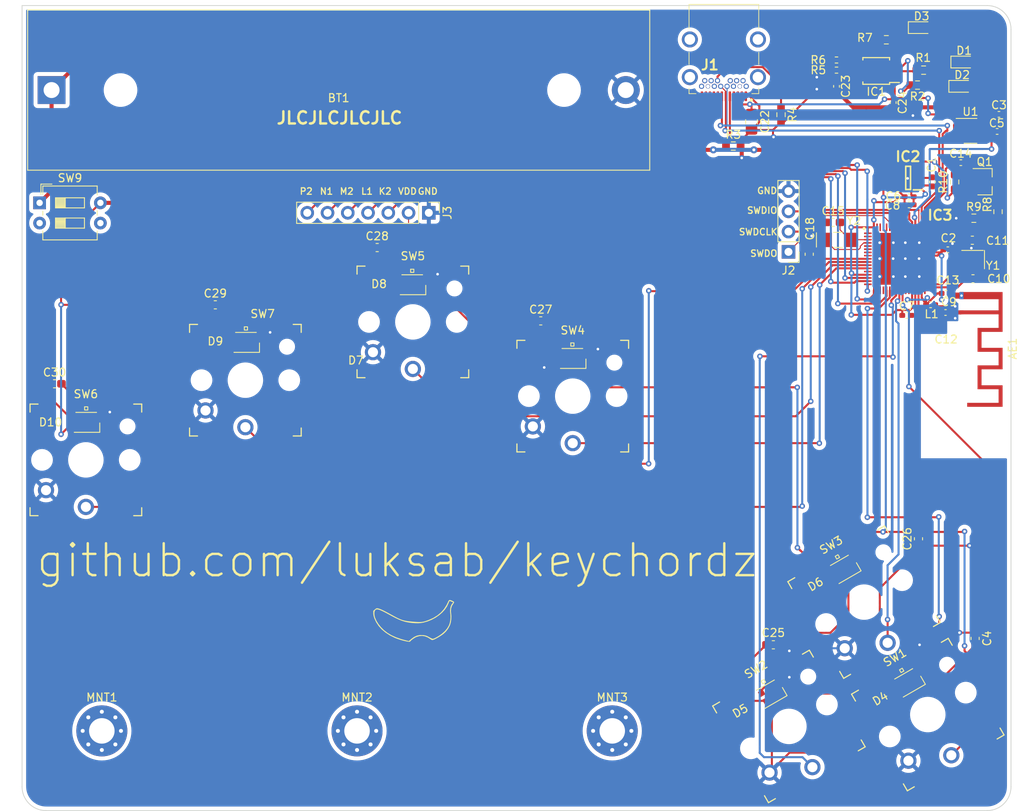
<source format=kicad_pcb>
(kicad_pcb (version 20210228) (generator pcbnew)
  (layers (0 "F.Cu" signal) (31 "B.Cu" signal) (34 "B.Paste" user) (35 "F.Paste" user) (36 "B.SilkS" user "B.Silkscreen") (37 "F.SilkS" user "F.Silkscreen") (38 "B.Mask" user) (39 "F.Mask" user) (44 "Edge.Cuts" user))
  (net 0 "")
  (net 1 "V_BAT")
  (net 2 "GND")
  (net 3 "2.4V")
  (net 4 "+5V")
  (net 5 "Net-(D1-Pad1)")
  (net 6 "Net-(D2-Pad1)")
  (net 7 "Net-(D3-Pad1)")
  (net 8 "Net-(IC1-Pad8)")
  (net 9 "Net-(IC1-Pad7)")
  (net 10 "Net-(IC1-Pad6)")
  (net 11 "Net-(IC1-Pad4)")
  (net 12 "Net-(IC1-Pad3)")
  (net 14 "USB_D-")
  (net 15 "USB_D+")
  (net 16 "Net-(J1-PadB5)")
  (net 18 "Net-(J1-PadA5)")
  (net 19 "3.3V_USB")
  (net 20 "Net-(C10-Pad1)")
  (net 21 "SWDIO")
  (net 23 "Net-(D4-Pad4)")
  (net 24 "Net-(D5-Pad4)")
  (net 25 "Net-(D6-Pad4)")
  (net 26 "Net-(D7-Pad4)")
  (net 27 "Net-(D8-Pad4)")
  (net 28 "Net-(D10-Pad2)")
  (net 29 "Net-(C11-Pad1)")
  (net 30 "LED_IN")
  (net 37 "SWO")
  (net 44 "SWCLK")
  (net 45 "Net-(IC3-Pad4)")
  (net 59 "Net-(AE1-Pad1)")
  (net 62 "V_BAT_SW")
  (net 63 "MOSI")
  (net 64 "MISO")
  (net 67 "OLED_CS")
  (net 68 "OLED_DC")
  (net 69 "SCK")
  (net 70 "OLED_RES")
  (net 75 "Net-(IC3-Pad3)")
  (net 77 "BTN1")
  (net 78 "BTN2")
  (net 79 "BTN3")
  (net 80 "BTN4")
  (net 81 "BTN5")
  (net 82 "BTN6")
  (net 83 "BTN7")
  (net 85 "Net-(C12-Pad1)")
  (net 86 "V_BAT_Toggle")
  (net 87 "Net-(C14-Pad1)")
  (net 88 "Net-(Q1-Pad3)")
  (net 89 "V_BAT{slash}2")
  (footprint "Capacitor_SMD:C_0603_1608Metric_Pad1.08x0.95mm_HandSolder" (layer "F.Cu") (at 113.7 39.2)
    (fp_text reference "C15")
    (fp_text value "12pF")
  )
  (footprint "Resistor_SMD:R_0603_1608Metric_Pad0.98x0.95mm_HandSolder" (layer "F.Cu") (at 101.178 29.62)
    (fp_text reference "R3")
    (fp_text value "5.1k")
  )
  (footprint "Capacitor_SMD:C_0402_1005Metric_Pad0.74x0.62mm_HandSolder" (layer "F.Cu") (at 128.08 42.64)
    (fp_text reference "C2")
    (fp_text value "1µF")
  )
  (footprint "Capacitor_SMD:C_0402_1005Metric_Pad0.74x0.62mm_HandSolder" (layer "F.Cu") (at 127.86 48.11)
    (fp_text reference "C13")
    (fp_text value "1µF")
  )
  (footprint "LED_SMD:LED_WS2812B_PLCC4_2.2x2.2mm" (layer "F.Cu") (at 60.918 46.975)
    (fp_text reference "D8")
    (fp_text value "WS2812B")
  )
  (footprint "Capacitor_SMD:C_0402_1005Metric_Pad0.74x0.62mm_HandSolder" (layer "F.Cu") (at 123.22 37)
    (fp_text reference "C8")
    (fp_text value "0.1µF")
  )
  (footprint "Button_Switch_THT:SW_DIP_SPSTx02_Slide_6.7x6.64mm_W7.62mm_P2.54mm_LowProfile" (layer "F.Cu") (at 14.2 36.75)
    (fp_text reference "SW9")
    (fp_text value "SW_SPST")
  )
  (footprint "LED_SMD:LED_0603_1608Metric_Pad1.05x0.95mm_HandSolder" (layer "F.Cu") (at 130.122 19.084)
    (fp_text reference "D1")
    (fp_text value "LED_Small")
  )
  (footprint "LED_SMD:LED_0603_1608Metric_Pad1.05x0.95mm_HandSolder" (layer "F.Cu") (at 124.788 14.766)
    (fp_text reference "D3")
    (fp_text value "LED_Small")
  )
  (footprint "Capacitor_SMD:C_0201_0603Metric_Pad0.64x0.40mm_HandSolder" (layer "F.Cu") (at 127.22 52.16 -90)
    (fp_text reference "C12")
    (fp_text value "0.8pF")
  )
  (footprint "schematic:SW_PG1350" (layer "F.Cu") (at 125.566 100.952 30)
    (fp_text reference "SW1")
    (fp_text value "SW_Push")
  )
  (footprint "Capacitor_SMD:C_0402_1005Metric_Pad0.74x0.62mm_HandSolder" (layer "F.Cu") (at 129.71 31.71 180)
    (fp_text reference "C14")
    (fp_text value "0.1µF")
  )
  (footprint "LED_SMD:LED_WS2812B_PLCC4_2.2x2.2mm" (layer "F.Cu") (at 123.14 96.882 30)
    (fp_text reference "D4")
    (fp_text value "WS2812B")
  )
  (footprint "MountingHole:MountingHole_3.2mm_M3_Pad_Via" (layer "F.Cu") (at 86 103)
    (fp_text reference "MNT3")
    (fp_text value "MountingHole_3.2mm_M3_Pad_Via")
  )
  (footprint "RF_Antenna:Texas_SWRA117D_2.4GHz_Right" (layer "F.Cu") (at 129.795 50.49 -90)
    (fp_text reference "AE1")
    (fp_text value "PCB")
  )
  (footprint "Capacitor_SMD:C_0402_1005Metric_Pad0.74x0.62mm_HandSolder" (layer "F.Cu") (at 125.92 49.54)
    (fp_text reference "C9")
    (fp_text value "100pF")
  )
  (footprint "schematic:SW_PG1350" (layer "F.Cu") (at 61 51.689)
    (fp_text reference "SW5")
    (fp_text value "SW_Push")
  )
  (footprint "Capacitor_SMD:C_0603_1608Metric_Pad1.08x0.95mm_HandSolder" (layer "F.Cu") (at 131.1525 41.44 180)
    (fp_text reference "C11")
    (fp_text value "12pF")
  )
  (footprint "Resistor_SMD:R_0603_1608Metric_Pad0.98x0.95mm_HandSolder" (layer "F.Cu") (at 107.164 25.69 -90)
    (fp_text reference "R4")
    (fp_text value "5.1k")
  )
  (footprint "LED_SMD:LED_WS2812B_PLCC4_2.2x2.2mm" (layer "F.Cu") (at 105.8 98.3 30)
    (fp_text reference "D5")
    (fp_text value "WS2812B")
  )
  (footprint "Resistor_SMD:R_0603_1608Metric_Pad0.98x0.95mm_HandSolder" (layer "F.Cu") (at 120.3665 16.29 180)
    (fp_text reference "R7")
    (fp_text value "470")
  )
  (footprint "Resistor_SMD:R_0402_1005Metric_Pad0.72x0.64mm_HandSolder" (layer "F.Cu") (at 114.12 18.83)
    (fp_text reference "R6")
    (fp_text value "1k")
  )
  (footprint "schematic:SW_PG1350" (layer "F.Cu") (at 20 69)
    (fp_text reference "SW6")
    (fp_text value "SW_Push")
  )
  (footprint "Capacitor_SMD:C_0603_1608Metric_Pad1.08x0.95mm_HandSolder" (layer "F.Cu") (at 36.232 49.546)
    (fp_text reference "C29")
    (fp_text value "LED")
  )
  (footprint "Capacitor_SMD:C_0603_1608Metric_Pad1.08x0.95mm_HandSolder" (layer "F.Cu") (at 16.076 59.452)
    (fp_text reference "C30")
    (fp_text value "LED")
  )
  (footprint "Capacitor_SMD:C_0402_1005Metric_Pad0.74x0.62mm_HandSolder" (layer "F.Cu") (at 123.23 35.99)
    (fp_text reference "C6")
    (fp_text value "10µF")
  )
  (footprint "Capacitor_SMD:C_0805_2012Metric_Pad1.18x1.45mm_HandSolder" (layer "F.Cu") (at 103.464 26.572 -90)
    (fp_text reference "C22")
    (fp_text value "10µF")
  )
  (footprint "Resistor_SMD:R_0603_1608Metric_Pad0.98x0.95mm_HandSolder" (layer "F.Cu") (at 128.93 34.13 90)
    (fp_text reference "R10")
    (fp_text value "10k")
  )
  (footprint "Resistor_SMD:R_0402_1005Metric_Pad0.72x0.64mm_HandSolder" (layer "F.Cu") (at 114.12 20.1 180)
    (fp_text reference "R5")
    (fp_text value "10k")
  )
  (footprint "Capacitor_SMD:C_0603_1608Metric_Pad1.08x0.95mm_HandSolder" (layer "F.Cu") (at 131.2325 46.28)
    (fp_text reference "C10")
    (fp_text value "12pF")
  )
  (footprint "Crystal:Crystal_SMD_2016-4Pin_2.0x1.6mm_HandSoldering" (layer "F.Cu") (at 131.1725 43.87 180)
    (fp_text reference "Y1")
    (fp_text value "Crystal_GND23")
  )
  (footprint "Resistor_SMD:R_0603_1608Metric_Pad0.98x0.95mm_HandSolder" (layer "F.Cu") (at 125.042 20.1 180)
    (fp_text reference "R1")
    (fp_text value "470")
  )
  (footprint "Capacitor_SMD:C_0603_1608Metric_Pad1.08x0.95mm_HandSolder" (layer "F.Cu") (at 56.5255 42.361)
    (fp_text reference "C28")
    (fp_text value "LED")
  )
  (footprint "Capacitor_SMD:C_0402_1005Metric_Pad0.74x0.62mm_HandSolder" (layer "F.Cu") (at 122.93 50.87)
    (fp_text reference "C7")
    (fp_text value "1µF")
  )
  (footprint "schematic:SW_PG1350" (layer "F.Cu") (at 108.152 102.44 30)
    (fp_text reference "SW2")
    (fp_text value "SW_Push")
  )
  (footprint "Connector_PinHeader_2.54mm:PinHeader_1x04_P2.54mm_Vertical" (layer "F.Cu") (at 108.1 42.9 180)
    (fp_text reference "J2")
    (fp_text value "DEBUG_CONN")
  )
  (footprint "Package_TO_SOT_SMD:SC-59_Handsoldering" (layer "F.Cu") (at 132.69 34.1)
    (fp_text reference "Q1")
    (fp_text value "Q_PMOS_GSD")
  )
  (footprint "Package_SO:MSOP-10_3x3mm_P0.5mm" (layer "F.Cu") (at 119.1 20.2 180)
    (fp_text reference "IC1")
    (fp_text value "MCP73833-BZI_UN")
  )
  (footprint "Capacitor_SMD:C_0603_1608Metric_Pad1.08x0.95mm_HandSolder" (layer "F.Cu") (at 77.036 51.562)
    (fp_text reference "C27")
    (fp_text value "LED")
  )
  (footprint "Resistor_SMD:R_0603_1608Metric_Pad0.98x0.95mm_HandSolder" (layer "F.Cu") (at 134.37 37.86 90)
    (fp_text reference "R8")
    (fp_text value "1k")
  )
  (footprint "schematic:SW_PG1350" (layer "F.Cu") (at 40 59)
    (fp_text reference "SW7")
    (fp_text value "SW_Push")
  )
  (footprint "LED_SMD:LED_WS2812B_PLCC4_2.2x2.2mm" (layer "F.Cu") (at 115.08 82.6435 30)
    (fp_text reference "D6")
    (fp_text value "WS2812B")
  )
  (footprint "Package_TO_SOT_SMD:SOT-23-5" (layer "F.Cu") (at 130.92 27.72)
    (fp_text reference "U1")
    (fp_text value "MIC5504-3.3YM5")
  )
  (footprint "LED_SMD:LED_0603_1608Metric_Pad1.05x0.95mm_HandSolder" (layer "F.Cu") (at 129.868 22.132)
    (fp_text reference "D2")
    (fp_text value "LED_Small")
  )
  (footprint "Capacitor_SMD:C_0603_1608Metric_Pad1.08x0.95mm_HandSolder" (layer "F.Cu") (at 131.5 91.4 90)
    (fp_text reference "C4")
    (fp_text value "LED")
  )
  (footprint "schematic:SW_PG1350" (layer "F.Cu") (at 117.58 86.8435 30)
    (fp_text reference "SW3")
    (fp_text value "SW_Push")
  )
  (footprint "Inductor_SMD:L_0402_1005Metric_Pad0.77x0.64mm_HandSolder" (layer "F.Cu") (at 127.79 50.51 180)
    (fp_text reference "L1")
    (fp_text value "3.9nH")
  )
  (footprint "Capacitor_SMD:C_0603_1608Metric_Pad1.08x0.95mm_HandSolder" (layer "F.Cu") (at 110.7 43.2 -90)
    (fp_text reference "C18")
    (fp_text value "12pF")
  )
  (footprint "Capacitor_SMD:C_0402_1005Metric_Pad0.74x0.62mm_HandSolder" (layer "F.Cu") (at 114.12 22.132 -90)
    (fp_text reference "C23")
    (fp_text value "1µF")
  )
  (footprint "MountingHole:MountingHole_3.2mm_M3_Pad_Via" (layer "F.Cu") (at 54 103)
    (fp_text reference "MNT2")
    (fp_text value "MountingHole_3.2mm_M3_Pad_Via")
  )
  (footprint "Battery:BatteryHolder_MPD_BH-18650-PC2" (layer "F.Cu") (at 15.7 22.6)
    (fp_text reference "BT1")
    (fp_text value "Battery_Cell")
  )
  (footprint "Resistor_SMD:R_0603_1608Metric_Pad0.98x0.95mm_HandSolder" (layer "F.Cu") (at 131.34 38.68)
    (fp_text reference "R9")
    (fp_text value "1k")
  )
  (footprint "SamacSys_Parts:SOT95P280X145-5N" (layer "F.Cu") (at 123.1 33.62 180)
    (fp_text reference "IC2")
    (fp_text value "TPS7A2024PDBVR" hide)
  )
  (footprint "Crystal:Crystal_SMD_MicroCrystal_CC7V-T1A-2Pin_3.2x1.5mm_HandSoldering" (layer "F.Cu") (at 114.3 41.4)
    (fp_text reference "Y2")
    (fp_text value "Crystal")
  )
  (footprint "Resistor_SMD:R_0603_1608Metric_Pad0.98x0.95mm_HandSolder" (layer "F.Cu") (at 124.28 21.972 180)
    (fp_text reference "R2")
    (fp_text value "470")
  )
  (footprint "SamacSys_Parts:SS52400002" (layer "F.Cu") (at 100 17.9 180)
    (fp_text reference "J1")
    (fp_text value "USB_C_Receptacle_USB2.0" hide)
  )
  (footprint "schematic:SW_PG1350" (layer "F.Cu") (at 81.048 61)
    (fp_text reference "SW4")
    (fp_text value "SW_Push")
  )
  (footprint "LED_SMD:LED_WS2812B_PLCC4_2.2x2.2mm" (layer "F.Cu") (at 20.04 64.2415)
    (fp_text reference "D10")
    (fp_text value "WS2812B")
  )
  (footprint "Capacitor_SMD:C_0402_1005Metric_Pad0.74x0.62mm_HandSolder" (layer "F.Cu") (at 134.26 27.79)
    (fp_text reference "C5")
    (fp_text value "1µF")
  )
  (footprint "Capacitor_SMD:C_0402_1005Metric_Pad0.74x0.62mm_HandSolder" (layer "F.Cu") (at 121.232 24.164 -90)
    (fp_text reference "C24")
    (fp_text value "1µF")
  )
  (footprint "Capacitor_SMD:C_0603_1608Metric_Pad1.08x0.95mm_HandSolder" (layer "F.Cu") (at 124.4 78.9 -90)
    (fp_text reference "C26")
    (fp_text value "LED")
  )
  (footprint "Capacitor_SMD:C_0603_1608Metric_Pad1.08x0.95mm_HandSolder" (layer "F.Cu") (at 106.2 92.2)
    (fp_text reference "C25")
    (fp_text value "LED")
  )
  (footprint "MountingHole:MountingHole_3.2mm_M3_Pad_Via" (layer "F.Cu") (at 22 103)
    (fp_text reference "MNT1")
    (fp_text value "MountingHole_3.2mm_M3_Pad_Via")
  )
  (footprint "Capacitor_SMD:C_0402_1005Metric_Pad0.74x0.62mm_HandSolder" (layer "F.Cu") (at 134.49 25.65)
    (fp_text reference "C3")
    (fp_text value "1µF")
  )
  (footprint "Capacitor_SMD:C_0402_1005Metric_Pad0.74x0.62mm_HandSolder" (layer "F.Cu") (at 126.15 34.12 90)
    (fp_text reference "C1")
    (fp_text value "1µF")
  )
  (footprint "Connector_PinHeader_2.54mm:PinHeader_1x07_P2.54mm_Vertical" (layer "F.Cu") (at 63 38 -90)
    (fp_text reference "J3")
    (fp_text value "OLED_CONN")
  )
  (footprint "LED_SMD:LED_WS2812B_PLCC4_2.2x2.2mm" (layer "F.Cu") (at 81 56.2245)
    (fp_text reference "D7")
    (fp_text value "WS2812B")
  )
  (footprint "LED_SMD:LED_WS2812B_PLCC4_2.2x2.2mm" (layer "F.Cu") (at 40.069 54.2085)
    (fp_text reference "D9")
    (fp_text value "WS2812B")
  )
  (footprint "LOGO" (layer "F.Cu") (at 61 89 -95)
    (fp_text reference "G***" hide)
    (fp_text value "LOGO" hide)
  )
  (footprint "SamacSys_Parts:QFN40P800X800X100-69N-D" (layer "F.Cu") (at 122 43.77)
    (fp_text reference "IC3")
    (fp_text value "STM32WB55RGV7" hide)
  )
  (gr_line (start 133 12) (end 12 12) (layer "Edge.Cuts") (width 0.1))
  (gr_line (start 136 15) (end 136 110) (layer "Edge.Cuts") (width 0.1))
  (gr_line (start 133 113) (end 15 113) (layer "Edge.Cuts") (width 0.1))
  (gr_arc (start 15 110) (end 12 110) (angle -90) (layer "Edge.Cuts") (width 0.1))
  (gr_arc (start 133.033759 14.966241) (end 133 12) (angle 91.30411839) (layer "Edge.Cuts") (width 0.1))
  (gr_arc (start 133 110) (end 136 110) (angle 90) (layer "Edge.Cuts") (width 0.1))
  (gr_line (start 12 12) (end 12 110) (layer "Edge.Cuts") (width 0.1))
  (gr_text "K2" (at 57.531 35.306) (layer "F.SilkS") (effects (font (size 0.8128 0.8128) (thickness 0.1524))))
  (gr_text "SWDIO" (at 104.8 37.7) (layer "F.SilkS") (effects (font (size 0.8128 0.8128) (thickness 0.1524))))
  (gr_text "github.com/luksab/keychordz" (at 59 81.624) (layer "F.SilkS") (effects (font (size 4 4) (thickness 0.3))))
  (gr_text "SWDO" (at 105 43.1) (layer "F.SilkS") (effects (font (size 0.8128 0.8128) (thickness 0.1524))))
  (gr_text "JLCJLCJLCJLC" (at 51.8 26.1) (layer "F.SilkS") (effects (font (size 1.524 1.524) (thickness 0.3048))))
  (gr_text "VDD" (at 60.325 35.306) (layer "F.SilkS") (effects (font (size 0.8128 0.8128) (thickness 0.1524))))
  (gr_text "P2" (at 47.625 35.306) (layer "F.SilkS") (effects (font (size 0.8128 0.8128) (thickness 0.1524))))
  (gr_text "GND\n" (at 62.865 35.306) (layer "F.SilkS") (effects (font (size 0.8128 0.8128) (thickness 0.1524))))
  (gr_text "N1" (at 50.165 35.306) (layer "F.SilkS") (effects (font (size 0.8128 0.8128) (thickness 0.1524))))
  (gr_text "SWDCLK" (at 104.3 40.4) (layer "F.SilkS") (effects (font (size 0.8128 0.8128) (thickness 0.1524))))
  (gr_text "L1" (at 55.245 35.306) (layer "F.SilkS") (effects (font (size 0.8128 0.8128) (thickness 0.1524))))
  (gr_text "M2" (at 52.705 35.306) (layer "F.SilkS") (effects (font (size 0.8128 0.8128) (thickness 0.1524))))
  (gr_text "GND\n" (at 105.42 35.23) (layer "F.SilkS") (effects (font (size 0.8128 0.8128) (thickness 0.1524))))
  (segment (start 113.960186 83.577314) (end 114.562587 83.577314) (width 0.254) (layer "F.Cu") (net 1))
  (segment (start 124.35 31.57) (end 123.63 30.85) (width 0.254) (layer "F.Cu") (net 1))
  (segment (start 114.562587 83.577314) (end 114.818805 83.321096) (width 0.254) (layer "F.Cu") (net 1))
  (segment (start 56.261 40.894) (end 55.663 41.492) (width 0.254) (layer "F.Cu") (net 1))
  (segment (start 39.707209 53.054489) (end 39.758011 53.105291) (width 0.254) (layer "F.Cu") (net 1))
  (segment (start 80.689011 56.170489) (end 80.085 56.7745) (width 0.254) (layer "F.Cu") (net 1))
  (segment (start 38.402989 53.054489) (end 39.707209 53.054489) (width 0.254) (layer "F.Cu") (net 1))
  (segment (start 126.3531 31.57) (end 124.35 31.57) (width 0.254) (layer "F.Cu") (net 1))
  (segment (start 122.622587 97.815814) (end 125.946686 97.815814) (width 0.254) (layer "F.Cu") (net 1))
  (segment (start 125.25 35.47) (end 124.35 34.57) (width 0.254) (layer "F.Cu") (net 1))
  (segment (start 128.93 35.22) (end 128.02 36.13) (width 0.254) (layer "F.Cu") (net 1))
  (segment (start 114.818805 81.522836) (end 118.304141 78.0375) (width 0.254) (layer "F.Cu") (net 1))
  (segment (start 125.25 35.66) (end 125.25 35.47) (width 0.254) (layer "F.Cu") (net 1))
  (segment (start 119.253 30.099) (end 120.015 30.861) (width 0.508) (layer "F.Cu") (net 1))
  (segment (start 126.0325 34.57) (end 126.15 34.6875) (width 0.254) (layer "F.Cu") (net 1))
  (segment (start 130.175 92.329) (end 130.175 92.964) (width 0.254) (layer "F.Cu") (net 1))
  (segment (start 76.1735 51.562) (end 79.681989 55.070489) (width 0.254) (layer "F.Cu") (net 1))
  (segment (start 123.63 30.85) (end 120.026 30.85) (width 0.254) (layer "F.Cu") (net 1))
  (segment (start 49.911 31.623) (end 51.435 30.099) (width 0.508) (layer "F.Cu") (net 1))
  (segment (start 120.026 30.85) (end 120.015 30.861) (width 0.254) (layer "F.Cu") (net 1))
  (segment (start 102.362 95.123) (end 105.285 92.2) (width 0.254) (layer "F.Cu") (net 1))
  (segment (start 120 36.053) (end 120.015 36.068) (width 0.254) (layer "F.Cu") (net 1))
  (segment (start 125.946686 97.815814) (end 130.48675 93.27575) (width 0.254) (layer "F.Cu") (net 1))
  (segment (start 76.1735 50.0115) (end 67.056 40.894) (width 0.254) (layer "F.Cu") (net 1))
  (segment (start 17.8855 64.7915) (end 16.891 65.786) (width 0.254) (layer "F.Cu") (net 1))
  (segment (start 67.056 40.894) (end 60.606 40.894) (width 0.254) (layer "F.Cu") (net 1))
  (segment (start 39.758011 53.105291) (end 39.758011 54.758489) (width 0.254) (layer "F.Cu") (net 1))
  (segment (start 60.46 40.748) (end 60.606 40.894) (width 0.127) (layer "F.Cu") (net 1))
  (segment (start 130.1155 78.0375) (end 130.175 77.978) (width 0.254) (layer "F.Cu") (net 1))
  (segment (start 39.758011 54.758489) (end 39.758 54.7585) (width 0.254) (layer "F.Cu") (net 1))
  (segment (start 55.663 42.361) (end 42.5545 42.361) (width 0.254) (layer "F.Cu") (net 1))
  (segment (start 124.35 34.57) (end 126.0325 34.57) (width 0.254) (layer "F.Cu") (net 1))
  (segment (start 128.93 35.0425) (end 128.93 35.22) (width 0.254) (layer "F.Cu") (net 1))
  (segment (start 39.758 54.7585) (end 39.154 54.7585) (width 0.254) (layer "F.Cu") (net 1))
  (segment (start 35.3695 50.021) (end 38.402989 53.054489) (width 0.254) (layer "F.Cu") (net 1))
  (segment (start 79.681989 55.070489) (end 80.638209 55.070489) (width 0.254) (layer "F.Cu") (net 1))
  (segment (start 120 35) (end 120 36.053) (width 0.254) (layer "F.Cu") (net 1))
  (segment (start 60.556209 45.820989) (end 60.607011 45.871791) (width 0.254) (layer "F.Cu") (net 1))
  (segment (start 102.789814 99.233814) (end 102.362 98.806) (width 0.254) (layer "F.Cu") (net 1))
  (segment (start 55.663 42.361) (end 55.663 42.836) (width 0.254) (layer "F.Cu") (net 1))
  (segment (start 55.663 42.836) (end 58.647989 45.820989) (width 0.254) (layer "F.Cu") (net 1))
  (segment (start 118.304141 78.0375) (end 119.9475 78.0375) (width 0.254) (layer "F.Cu") (net 1))
  (segment (start 21.82 36.75) (end 16.891 41.679) (width 0.254) (layer "F.Cu") (net 1))
  (segment (start 124.35 32.67) (end 124.35 31.57) (width 0.254) (layer "F.Cu") (net 1))
  (segment (start 35.3695 49.546) (end 35.3695 50.021) (width 0.254) (layer "F.Cu") (net 1))
  (segment (start 44.784 36.75) (end 49.911 31.623) (width 0.508) (layer "F.Cu") (net 1))
  (segment (start 105.282587 99.233814) (end 102.789814 99.233814) (width 0.254) (layer "F.Cu") (net 1))
  (segment (start 42.5545 42.361) (end 35.3695 49.546) (width 0.254) (layer "F.Cu") (net 1))
  (segment (start 120 30.876) (end 120 35) (width 0.508) (layer "F.Cu") (net 1))
  (segment (start 19.125 64.7915) (end 17.8855 64.7915) (width 0.254) (layer "F.Cu") (net 1))
  (segment (start 120.015 30.861) (end 120 30.876) (width 0.508) (layer "F.Cu") (net 1))
  (segment (start 21.82 36.75) (end 44.784 36.75) (width 0.508) (layer "F.Cu") (net 1))
  (segment (start 130.48675 93.27575) (end 131.5 92.2625) (width 0.254) (layer "F.Cu") (net 1))
  (segment (start 58.647989 45.820989) (end 60.556209 45.820989) (width 0.254) (layer "F.Cu") (net 1))
  (segment (start 60.606 40.894) (end 56.261 40.894) (width 0.254) (layer "F.Cu") (net 1))
  (segment (start 60.607011 46.920989) (end 60.003 47.525) (width 0.254) (layer "F.Cu") (net 1))
  (segment (start 124.4 78.0375) (end 130.1155 78.0375) (width 0.254) (layer "F.Cu") (net 1))
  (segment (start 55.663 41.492) (end 55.663 42.361) (width 0.254) (layer "F.Cu") (net 1))
  (segment (start 105.3375 92.2) (end 113.960186 83.577314) (width 0.254) (layer "F.Cu") (net 1))
  (segment (start 119.9475 78.0375) (end 124.4 78.0375) (width 0.254) (layer "F.Cu") (net 1))
  (segment (start 80.689011 55.121291) (end 80.689011 56.170489) (width 0.254) (layer "F.Cu") (net 1))
  (segment (start 19.125 64.7915) (end 15.2135 60.88) (width 0.254) (layer "F.Cu") (net 1))
  (segment (start 102.362 98.806) (end 102.362 95.123) (width 0.254) (layer "F.Cu") (net 1))
  (segment (start 80.638209 55.070489) (end 80.689011 55.121291) (width 0.254) (layer "F.Cu") (net 1))
  (segment (start 60.607011 45.871791) (end 60.607011 46.920989) (width 0.254) (layer "F.Cu") (net 1))
  (segment (start 60.46 38) (end 60.46 40.748) (width 0.127) (layer "F.Cu") (net 1))
  (segment (start 131.4335 92.329) (end 131.5 92.2625) (width 0.254) (layer "F.Cu") (net 1))
  (segment (start 16.891 41.679) (end 16.891 49.53) (width 0.254) (layer "F.Cu") (net 1))
  (segment (start 51.435 30.099) (end 98.679 30.099) (width 0.508) (layer "F.Cu") (net 1))
  (segment (start 114.818805 83.321096) (end 114.818805 81.522836) (width 0.254) (layer "F.Cu") (net 1))
  (segment (start 128.93 35.0425) (end 131.0325 35.0425) (width 0.254) (layer "F.Cu") (net 1))
  (segment (start 16.891 49.53) (end 16.907 49.546) (width 0.254) (layer "F.Cu") (net 1))
  (segment (start 131.0325 35.0425) (end 131.04 35.05) (width 0.254) (layer "F.Cu") (net 1))
  (segment (start 126.4031 31.62) (end 126.3531 31.57) (width 0.254) (layer "F.Cu") (net 1))
  (segment (start 76.1735 51.562) (end 76.1735 50.0115) (width 0.254) (layer "F.Cu") (net 1))
  (segment (start 103.759 30.099) (end 119.253 30.099) (width 0.508) (layer "F.Cu") (net 1))
  (segment (start 16.907 49.546) (end 35.3695 49.546) (width 0.254) (layer "F.Cu") (net 1))
  (segment (start 105.285 92.2) (end 105.3375 92.2) (width 0.254) (layer "F.Cu") (net 1))
  (segment (start 15.2135 60.88) (end 15.2135 59.452) (width 0.254) (layer "F.Cu") (net 1))
  (segment (start 130.175 92.964) (end 130.48675 93.27575) (width 0.254) (layer "F.Cu") (net 1))
  (via (at 130.175 92.329) (size 0.6858) (drill 0.3302) (layers "F.Cu" "B.Cu") (net 1))
  (via (at 16.891 49.53) (size 0.6858) (drill 0.3302) (layers "F.Cu" "B.Cu") (net 1))
  (via (at 98.679 30.099) (size 0.889) (drill 0.381) (layers "F.Cu" "B.Cu") (net 1))
  (via (at 119.9475 78.0375) (size 0.6858) (drill 0.3302) (layers "F.Cu" "B.Cu") (net 1))
  (via (at 120.015 36.068) (size 0.6858) (drill 0.3302) (layers "F.Cu" "B.Cu") (net 1))
  (via (at 103.759 30.099) (size 0.889) (drill 0.381) (layers "F.Cu" "B.Cu") (net 1))
  (via (at 130.175 77.978) (size 0.6858) (drill 0.3302) (layers "F.Cu" "B.Cu") (net 1))
  (via (at 125.25 35.66) (size 0.6858) (drill 0.3302) (layers "F.Cu" "B.Cu") (net 1))
  (via (at 126.4031 31.62) (size 0.6858) (drill 0.3302) (layers "F.Cu" "B.Cu") (net 1))
  (via (at 128.02 36.13) (size 0.6858) (drill 0.3302) (layers "F.Cu" "B.Cu") (net 1))
  (via (at 16.891 65.786) (size 0.6858) (drill 0.3302) (layers "F.Cu" "B.Cu") (net 1))
  (segment (start 128.02 33.2369) (end 126.4031 31.62) (width 0.254) (layer "B.Cu") (net 1))
  (segment (start 16.891 65.786) (end 16.891 49.53) (width 0.254) (layer "B.Cu") (net 1))
  (segment (start 120.015 36.068) (end 120.015 40.115) (width 0.254) (layer "B.Cu") (net 1))
  (segment (start 120.3 40.4) (end 120.3 77.685) (width 0.254) (layer "B.Cu") (net 1))
  (segment (start 120.015 36.068) (end 124.842 36.068) (width 0.254) (layer "B.Cu") (net 1))
  (segment (start 120.015 77.97) (end 119.9475 78.0375) (width 0.254) (layer "B.Cu") (net 1))
  (segment (start 98.679 30.099) (end 103.759 30.099) (width 0.508) (layer "B.Cu") (net 1))
  (segment (start 130.175 77.978) (end 130.175 92.329) (width 0.254) (layer "B.Cu") (net 1))
  (segment (start 124.842 36.068) (end 125.25 35.66) (width 0.254) (layer "B.Cu") (net 1))
  (segment (start 128.02 36.13) (end 128.02 33.2369) (width 0.254) (layer "B.Cu") (net 1))
  (segment (start 120.015 40.115) (end 120.3 40.4) (width 0.254) (layer "B.Cu") (net 1))
  (segment (start 120.3 77.685) (end 119.9475 78.0375) (width 0.254) (layer "B.Cu") (net 1))
  (segment (start 126.6 52.1475) (end 126.6 51.01) (width 0.254) (layer "F.Cu") (net 2))
  (segment (start 40.984 53.4355) (end 40.984 53.6585) (width 0.254) (layer "F.Cu") (net 2))
  (segment (start 37.0945 49.546) (end 40.984 53.4355) (width 0.254) (layer "F.Cu") (net 2))
  (segment (start 130.3725 43.32) (end 130.3725 42.4875) (width 0.254) (layer "F.Cu") (net 2))
  (segment (start 123.665 25.765) (end 123.7 25.8) (width 0.508) (layer "F.Cu") (net 2))
  (segment (start 130.4275 38.68) (end 129.13 38.68) (width 0.254) (layer "F.Cu") (net 2))
  (segment (start 123.665 24.765) (end 128.1965 24.765) (width 0.508) (layer "F.Cu") (net 2))
  (segment (start 127.87 51.17) (end 127.75 51.29) (width 0.254) (layer "F.Cu") (net 2))
  (segment (start 127.02 52.5675) (end 126.6 52.1475) (width 0.254) (layer "F.Cu") (net 2))
  (segment (start 108.204 96.266) (end 107.417599 96.266) (width 0.254) (layer "F.Cu") (net 2))
  (segment (start 126.14 50.12) (end 124.986556 50.12) (width 0.254) (layer "F.Cu") (net 2))
  (segment (start 102.75 22.92) (end 104.44302 24.61302) (width 0.254) (layer "F.Cu") (net 2))
  (segment (start 57.769 42.361) (end 61.833 46.425) (width 0.254) (layer "F.Cu") (net 2))
  (segment (start 131.05 19.1175) (end 131.05 21.9115) (width 0.508) (layer "F.Cu") (net 2))
  (segment (start 123.04 33.68) (end 123.436 33.68) (width 0.254) (layer "F.Cu") (net 2))
  (segment (start 131.377648 26.21598) (end 133.81598 26.21598) (width 0.254) (layer "F.Cu") (net 2))
  (segment (start 135.0575 26.6225) (end 135.0575 27.56) (width 0.254) (layer "F.Cu") (net 2))
  (segment (start 124.4 47.72) (end 124.4 46.991) (width 0.254) (layer "F.Cu") (net 2))
  (segment (start 126.732 14.7995) (end 131.05 19.1175) (width 0.508) (layer "F.Cu") (net 2))
  (segment (start 130.81 79.756) (end 130.8035 79.7625) (width 0.254) (layer "F.Cu") (net 2))
  (segment (start 129 51.23) (end 128.975794 51.17) (width 0.254) (layer "F.Cu") (net 2))
  (segment (start 110.7 42.3375) (end 110.7 41.2) (width 0.127) (layer "F.Cu") (net 2))
  (segment (start 128.7075 48.39) (end 128.4275 48.11) (width 0.254) (layer "F.Cu") (net 2))
  (segment (start 20.955 63.4685) (end 16.9385 59.452) (width 0.254) (layer "F.Cu") (net 2))
  (segment (start 132.095 44.5425) (end 131.9725 44.42) (width 0.254) (layer "F.Cu") (net 2))
  (segment (start 123.436 33.68) (end 123.496 33.62) (width 0.254) (layer "F.Cu") (net 2))
  (segment (start 131.14098 26.452648) (end 131.377648 26.21598) (width 0.254) (layer "F.Cu") (net 2))
  (segment (start 130.8035 79.7625) (end 124.4 79.7625) (width 0.254) (layer "F.Cu") (net 2))
  (segment (start 83.6255 55.6745) (end 84.2 55.1) (width 0.254) (layer "F.Cu") (net 2))
  (segment (start 130.9725 42.4875) (end 131.03 42.43) (width 0.254) (layer "F.Cu") (net 2))
  (segment (start 124.4 49.59) (end 124.4 47.72) (width 0.254) (layer "F.Cu") (net 2))
  (segment (start 130.445 27.72) (end 131.14098 27.02402) (width 0.254) (layer "F.Cu") (net 2))
  (segment (start 124.35 33.62) (end 123.496 33.62) (width 0.254) (layer "F.Cu") (net 2))
  (segment (start 117.856 24.765) (end 116.205 24.765) (width 0.508) (layer "F.Cu") (net 2))
  (segment (start 128.66 41.87) (end 128.66 42.6275) (width 0.254) (layer "F.Cu") (net 2))
  (segment (start 107.528 26.6025) (end 111.647 22.4835) (width 0.254) (layer "F.Cu") (net 2))
  (segment (start 130.6725 43.32) (end 130.3725 43.32) (width 0.127) (layer "F.Cu") (net 2))
  (segment (start 119.548521 85.097964) (end 119.548521 88.235749) (width 0.254) (layer "F.Cu") (net 2))
  (segment (start 124.4 46.1) (end 124.5 46) (width 0.254) (layer "F.Cu") (net 2))
  (segment (start 125 50.93) (end 123.89 50.93) (width 0.254) (layer "F.Cu") (net 2))
  (segment (start 110.7 41.2) (end 111 40.9) (width 0.127) (layer "F.Cu") (net 2))
  (segment (start 116.205 24.765) (end 114.173 22.733) (width 0.508) (layer "F.Cu") (net 2))
  (segment (start 123.495989 35.728489) (end 123.8875 36.12) (width 0.254) (layer "F.Cu") (net 2))
  (segment (start 112.497 20.1335) (end 111.647 20.9835) (width 0.508) (layer "F.Cu") (net 2))
  (segment (start 131.05 21.9115) (end 130.796 22.1655) (width 0.508) (layer "F.Cu") (net 2))
  (segment (start 134.23 26.63) (end 135.05 26.63) (width 0.254) (layer "F.Cu") (net 2))
  (segment (start 124.35 33.62) (end 126.0825 33.62) (width 0.254) (layer "F.Cu") (net 2))
  (segment (start 81.915 55.5785) (end 81.915 55.6745) (width 0.254) (layer "F.Cu") (net 2))
  (segment (start 128.1965 24.765) (end 130.796 22.1655) (width 0.508) (layer "F.Cu") (net 2))
  (segment (start 135.0575 25.65) (end 135.0575 26.6225) (width 0.254) (layer "F.Cu") (net 2))
  (segment (start 135.05 26.63) (end 135.0575 26.6225) (width 0.254) (layer "F.Cu") (net 2))
  (segment (start 112.8375 39.2) (end 112.7 39.2) (width 0.127) (layer "F.Cu") (net 2))
  (segment (start 106.014716 107.938054) (end 106.014716 97.668883) (width 0.254) (layer "F.Cu") (net 2))
  (segment (start 121.285 24.765) (end 117.856 24.765) (width 0.508) (layer "F.Cu") (net 2))
  (segment (start 102.235 31.115) (end 102.235 29.7645) (width 0.508) (layer "F.Cu") (net 2))
  (segment (start 107.44 92.2) (end 108.204 92.964) (width 0.254) (layer "F.Cu") (net 2))
  (segment (start 132.095 46.28) (end 132.095 44.5425) (width 0.254) (layer "F.Cu") (net 2))
  (segment (start 115.597413 81.709686) (end 116.160243 81.709686) (width 0.254) (layer "F.Cu") (net 2))
  (segment (start 106.014716 97.668883) (end 106.317413 97.366186) (width 0.254) (layer "F.Cu") (net 2))
  (segment (start 107.164 26.6025) (end 107.528 26.6025) (width 0.254) (layer "F.Cu") (net 2))
  (segment (start 106.157 27.6095) (end 106.157 28.427) (width 0.254) (layer "F.Cu") (net 2))
  (segment (start 135.0575 25.65) (end 134.868444 25.65) (width 0.254) (layer "F.Cu") (net 2))
  (segment (start 119.548521 88.235749) (end 115.149873 92.634397) (width 0.254) (layer "F.Cu") (net 2))
  (segment (start 126.71 49.73) (end 129 49.73) (width 0.254) (layer "F.Cu") (net 2))
  (segment (start 113.5755 18.8635) (end 113.5755 20.1335) (width 0.508) (layer "F.Cu") (net 2))
  (segment (start 126.52 50.93) (end 125 50.93) (width 0.254) (layer "F.Cu") (net 2))
  (segment (start 105.721873 108.230897) (end 106.014716 107.938054) (width 0.254) (layer "F.Cu") (net 2))
  (segment (start 123.657413 93.076707) (end 124.53212 92.202) (width 0.254) (layer "F.Cu") (net 2))
  (segment (start 115.149873 92.634397) (end 116.790063 94.274587) (width 0.254) (layer "F.Cu") (net 2))
  (segment (start 128.4275 49.1575) (end 129 49.73) (width 0.254) (layer "F.Cu") (net 2))
  (segment (start 122.119874 105.726898) (end 108.225872 105.726898) (width 0.254) (layer "F.Cu") (net 2))
  (segment (start 124.986556 50.12) (end 124.59 49.78) (width 0.254) (layer "F.Cu") (net 2))
  (segment (start 126.4875 49.54) (end 126.4875 49.7725) (width 0.254) (layer "F.Cu") (net 2))
  (segment (start 42.4415 53.6585) (end 43.1 53) (width 0.254) (layer "F.Cu") (net 2))
  (segment (start 81.915 55.6745) (end 81.311 55.6745) (width 0.254) (layer "F.Cu") (net 2))
  (segment (start 22.3085 63.6915) (end 23 63) (width 0.254) (layer "F.Cu") (net 2))
  (segment (start 123.665 24.765) (end 123.665 25.765) (width 0.508) (layer "F.Cu") (net 2))
  (segment (start 126.0825 33.62) (end 126.15 33.5525) (width 0.254) (layer "F.Cu") (net 2))
  (segment (start 128.4275 48.11) (end 128.4275 49.1575) (width 0.254) (layer "F.Cu") (net 2))
  (segment (start 121.353 19.2335) (end 121.353 19.1625) (width 0.254) (layer "F.Cu") (net 2))
  (segment (start 108.225872 105.726898) (end 105.721873 108.230897) (width 0.254) (layer "F.Cu") (net 2))
  (segment (start 130.3725 42.4875) (end 130.9725 42.4875) (width 0.254) (layer "F.Cu") (net 2))
  (segment (start 123.496 33.62) (end 123.495989 33.620011) (width 0.254) (layer "F.Cu") (net 2))
  (segment (start 135.0575 27.56) (end 134.8275 27.79) (width 0.254) (layer "F.Cu") (net 2))
  (segment (start 129.7825 27.72) (end 130.445 27.72) (width 0.254) (layer "F.Cu") (net 2))
  (segment (start 113.9235 22.4835) (end 114.173 22.733) (width 0.508) (layer "F.Cu") (net 2))
  (segment (start 77.8985 51.562) (end 81.915 55.5785) (width 0.254) (layer "F.Cu") (net 2))
  (segment (start 128.66 42.6275) (end 128.6475 42.64) (width 0.254) (layer "F.Cu") (net 2))
  (segment (start 102.0905 28.983) (end 103.464 27.6095) (width 0.254) (layer "F.Cu") (net 2))
  (segment (start 112.7 39.2) (end 111 40.9) (width 0.127) (layer "F.Cu") (net 2))
  (segment (start 61.833 46.425) (end 63.375 46.425) (width 0.254) (layer "F.Cu") (net 2))
  (segment (start 131.14098 27.02402) (end 131.14098 26.452648) (width 0.254) (layer "F.Cu") (net 2))
  (segment (start 111.647 22.4835) (end 113.9235 22.4835) (width 0.508) (layer "F.Cu") (net 2))
  (segment (start 57.388 42.361) (end 57.769 42.361) (width 0.254) (layer "F.Cu") (net 2))
  (segment (start 106.157 28.427) (end 106.22 28.49) (width 0.254) (layer "F.Cu") (net 2))
  (segment (start 104.44302 26.63048) (end 103.464 27.6095) (width 0.254) (layer "F.Cu") (net 2))
  (segment (start 124.400011 46.990989) (end 124.496791 46.990989) (width 0.254) (layer "F.Cu") (net 2))
  (segment (start 129.795 48.39) (end 128.7075 48.39) (width 0.762) (layer "F.Cu") (net 2))
  (segment (start 124.4 79.7625) (end 124.4 80.246485) (width 0.254) (layer "F.Cu") (net 2))
  (segment (start 134.868444 25.65) (end 133.983444 24.765) (width 0.254) (layer "F.Cu") (net 2))
  (segment (start 106.157 27.6095) (end 107.164 26.6025) (width 0.254) (layer "F.Cu") (net 2))
  (segment (start 116.160243 81.709686) (end 119.548521 85.097964) (width 0.254) (layer "F.Cu") (net 2))
  (segment (start 133.983444 24.765) (end 128.1965 24.765) (width 0.508) (layer "F.Cu") (net 2))
  (segment (start 103.464 27.6095) (end 106.157 27.6095) (width 0.254) (layer "F.Cu") (net 2))
  (segment (start 124.57 49.76) (end 124.4 49.59) (width 0.254) (layer "F.Cu") (net 2))
  (segment (start 131.7725 44.42) (end 130.6725 43.32) (width 0.127) (layer "F.Cu") (net 2))
  (segment (start 63.375 46.425) (end 64.1 45.7) (width 0.254) (layer "F.Cu") (net 2))
  (segment (start 81.070031 55.915469) (end 81.070031 56.946689) (width 0.254) (layer "F.Cu") (net 2))
  (segment (start 123.135873 106.742897) (end 122.119874 105.726898) (width 0.254) (layer "F.Cu") (net 2))
  (segment (start 127.75 51.29) (end 127.75 52.040662) (width 0.254) (layer "F.Cu") (net 2))
  (segment (start 128.975794 51.17) (end 127.87 51.17) (width 0.254) (layer "F.Cu") (net 2))
  (segment (start 80.61272 57.404) (end 77.47 57.404) (width 0.254) (layer "F.Cu") (net 2))
  (segment (start 133.81598 26.21598) (end 134.23 26.63) (width 0.254) (layer "F.Cu") (net 2))
  (segment (start 113.5755 20.1335) (end 112.497 20.1335) (width 0.508) (layer "F.Cu") (net 2))
  (segment (start 126.4875 49.7725) (end 126.14 50.12) (width 0.254) (layer "F.Cu") (net 2))
  (segment (start 127.75 52.040662) (end 127.223162 52.5675) (width 0.254) (layer "F.Cu") (net 2))
  (segment (start 131.9725 44.42) (end 131.7725 44.42) (width 0.127) (layer "F.Cu") (net 2))
  (segment (start 123.495989 33.620011) (end 123.495989 35.728489) (width 0.254) (layer "F.Cu") (net 2))
  (segment (start 129.54 90.678) (end 131.3595 90.678) (width 0.254) (layer "F.Cu") (net 2))
  (segment (start 81.311 55.6745) (end 81.070031 55.915469) (width 0.254) (layer "F.Cu") (net 2))
  (segment (start 124.496791 46.990989) (end 124.41898 47.0688) (width 0.254) (layer "F.Cu") (net 2))
  (segment (start 107.417599 96.266) (end 106.317413 97.366186) (width 0.254) (layer "F.Cu") (net 2))
  (segment (start 121.285 24.765) (end 123.665 24.765) (width 0.508) (layer "F.Cu") (net 2))
  (segment (start 20.955 63.6915) (end 20.955 63.4685) (width 0.254) (layer "F.Cu") (net 2))
  (segment (start 20.955 63.6915) (end 22.3085 63.6915) (width 0.254) (layer "F.Cu") (net 2))
  (segment (start 121.353 19.1625) (end 125.716 14.7995) (width 0.254) (layer "F.Cu") (net 2))
  (segment (start 107.0625 92.2) (end 107.44 92.2) (width 0.254) (layer "F.Cu") (net 2))
  (segment (start 124.4 46.991) (end 124.400011 46.990989) (width 0.254) (layer "F.Cu") (net 2))
  (segment (start 123.7875 36) (end 123.7975 35.99) (width 0.254) (layer "F.Cu") (net 2))
  (segment (start 102.0905 29.62) (end 102.0905 28.983) (width 0.254) (layer "F.Cu") (net 2))
  (segment (start 81.070031 56.946689) (end 80.61272 57.404) (width 0.254) (layer "F.Cu") (net 2))
  (segment (start 123.657413 94.274587) (end 123.657413 93.076707) (width 0.254) (layer "F.Cu") (net 2))
  (segment (start 131.3595 90.678) (end 131.5 90.5375) (width 0.254) (layer "F.Cu") (net 2))
  (segment (start 127.223162 52.5675) (end 127.22 52.5675) (width 0.254) (layer "F.Cu") (net 2))
  (segment (start 123.89 50.93) (end 123.68 50.72) (width 0.254) (layer "F.Cu") (net 2))
  (segment (start 124.4 80.246485) (end 119.548521 85.097964) (width 0.254) (layer "F.Cu") (net 2))
  (segment (start 81.915 55.6745) (end 83.6255 55.6745) (width 0.254) (layer "F.Cu") (net 2))
  (segment (start 104.44302 24.61302) (end 104.44302 26.63048) (width 0.254) (layer "F.Cu") (net 2))
  (segment (start 130.3725 42.4875) (end 130.3725 41.5225) (width 0.254) (layer "F.Cu") (net 2))
  (segment (start 125.716 14.7995) (end 126.732 14.7995) (width 0.508) (layer "F.Cu") (net 2))
  (segment (start 127.22 52.5675) (end 127.02 52.5675) (width 0.254) (layer "F.Cu") (net 2))
  (segment (start 126.6 51.01) (end 126.52 50.93) (width 0.254) (layer "F.Cu") (net 2))
  (segment (start 116.790063 94.274587) (end 123.657413 94.274587) (width 0.254) (layer "F.Cu") (net 2))
  (segment (start 40.984 53.6585) (end 42.4415 53.6585) (width 0.254) (layer "F.Cu") (net 2))
  (segment (start 124.4 47.72) (end 124.4 46.1) (width 0.254) (layer "F.Cu") (net 2))
  (segment (start 123.657413 95.948186) (end 123.657413 94.274587) (width 0.254) (layer "F.Cu") (net 2))
  (segment (start 102.235 29.7645) (end 102.0905 29.62) (width 0.254) (layer "F.Cu") (net 2))
  (segment (start 123.7875 37) (end 123.7875 36) (width 0.254) (layer "F.Cu") (net 2))
  (via (at 129.54 90.678) (size 0.6858) (drill 0.3302) (layers "F.Cu" "B.Cu") (net 2))
  (via (at 77.47 57.404) (size 0.6858) (drill 0.3302) (layers "F.Cu" "B.Cu") (net 2))
  (via (at 122.75 41.75) (size 0.6858) (drill 0.3302) (layers "F.Cu" "B.Cu") (net 2))
  (via (at 128.66 41.87) (size 0.6858) (drill 0.3302) (layers "F.Cu" "B.Cu") (net 2))
  (via (at 111 40.9) (size 0.6858) (drill 0.3302) (layers "F.Cu" "B.Cu") (net 2))
  (via (at 119.53 41.75) (size 0.6858) (drill 0.3302) (layers "F.Cu" "B.Cu") (net 2))
  (via (at 124.47 43.75) (size 0.6858) (drill 0.3302) (layers "F.Cu" "B.Cu") (net 2))
  (via (at 131.03 42.43) (size 0.6858) (drill 0.3302) (layers "F.Cu" "B.Cu") (net 2))
  (via (at 122.75 46) (size 0.6858) (drill 0.3302) (layers "F.Cu" "B.Cu") (net 2))
  (via (at 102.235 31.115) (size 0.6858) (drill 0.3302) (layers "F.Cu" "B.Cu") (net 2))
  (via (at 64.1 45.7) (size 0.6858) (drill 0.3302) (layers "F.Cu" "B.Cu") (net 2))
  (via (at 129.13 38.68) (size 0.6858) (drill 0.3302) (layers "F.Cu" "B.Cu") (net 2))
  (via (at 124.5 46) (size 0.6858) (drill 0.3302) (layers "F.Cu" "B.Cu") (net 2))
  (via (at 111.647 22.4835) (size 0.6858) (drill 0.3302) (layers "F.Cu" "B.Cu") (net 2))
  (via (at 121.25 41.75) (size 0.6858) (drill 0.3302) (layers "F.Cu" "B.Cu") (net 2))
  (via (at 124.53212 92.202) (size 0.6858) (drill 0.3302) (layers "F.Cu" "B.Cu") (net 2))
  (via (at 84.2 55.1) (size 0.6858) (drill 0.3302) (layers "F.Cu" "B.Cu") (net 2))
  (via (at 108.204 96.266) (size 0.6858) (drill 0.3302) (layers "F.Cu" "B.Cu") (net 2))
  (via (at 130.81 79.756) (size 0.6858) (drill 0.3302) (layers "F.Cu" "B.Cu") (net 2))
  (via (at 23 63) (size 0.6858) (drill 0.3302) (layers "F.Cu" "B.Cu") (net 2))
  (via (at 119.53 43.75) (size 0.6858) (drill 0.3302) (layers "F.Cu" "B.Cu") (net 2))
  (via (at 106.22 28.49) (size 0.6858) (drill 0.3302) (layers "F.Cu" "B.Cu") (net 2))
  (via (at 129 49.73) (size 0.6858) (drill 0.3302) (layers "F.Cu" "B.Cu") (net 2))
  (via (at 124.5 41.75) (size 0.6858) (drill 0.3302) (layers "F.Cu" "B.Cu") (net 2))
  (via (at 123.7 25.8) (size 0.6858) (drill 0.3302) (layers "F.Cu" "B.Cu") (net 2))
  (via (at 121.22 43.75) (size 0.6858) (drill 0.3302) (layers "F.Cu" "B.Cu") (net 2))
  (via (at 119.53 46) (size 0.6858) (drill 0.3302) (layers "F.Cu" "B.Cu") (net 2))
  (via (at 122.75 43.75) (size 0.6858) (drill 0.3302) (layers "F.Cu" "B.Cu") (net 2))
  (via (at 111.647 20.9835) (size 0.6858) (drill 0.3302) (layers "F.Cu" "B.Cu") (net 2))
  (via (at 121.25 46) (size 0.6858) (drill 0.3302) (layers "F.Cu" "B.Cu") (net 2))
  (via (at 108.204 92.964) (size 0.6858) (drill 0.3302) (layers "F.Cu" "B.Cu") (net 2))
  (via (at 43.1 53) (size 0.6858) (drill 0.3302) (layers "F.Cu" "B.Cu") (net 2))
  (via (at 129 51.23) (size 0.6858) (drill 0.3302) (layers "F.Cu" "B.Cu") (net 2))
  (via (at 123.04 33.68) (size 0.6858) (drill 0.3302) (layers "F.Cu" "B.Cu") (net 2))
  (segment (start 126.05612 90.678) (end 129.54 90.678) (width 0.254) (layer "B.Cu") (net 2))
  (segment (start 108.204 92.964) (end 108.533603 92.634397) (width 0.254) (layer "B.Cu") (net 2))
  (segment (start 130.47 41.87) (end 128.66 41.87) (width 0.254) (layer "B.Cu") (net 2))
  (segment (start 124.53212 92.202) (end 126.05612 90.678) (width 0.254) (layer "B.Cu") (net 2))
  (segment (start 108.533603 92.634397) (end 115.149873 92.634397) (width 0.254) (layer "B.Cu") (net 2))
  (segment (start 131.03 42.43) (end 130.47 41.87) (width 0.254) (layer "B.Cu") (net 2))
  (segment (start 102.2 31.15) (end 102.235 31.115) (width 0.254) (layer "B.Cu") (net 2))
  (segment (start 108.204 92.964) (end 108.204 96.266) (width 0.254) (layer "B.Cu") (net 2))
  (segment (start 121.85 34.57) (end 121.85 35.2175) (width 0.254) (layer "F.Cu") (net 3))
  (segment (start 121.6475 50.2025) (end 121.05 50.8) (width 0.254) (layer "F.Cu") (net 3))
  (segment (start 127.2925 48.11) (end 127.2925 48.8925) (width 0.254) (layer "F.Cu") (net 3))
  (segment (start 127.2925 48.11) (end 126.7825 48.11) (width 0.254) (layer "F.Cu") (net 3))
  (segment (start 122.6525 37) (end 122.6525 36) (width 0.254) (layer "F.Cu") (net 3))
  (segment (start 124.8 48.6175) (end 125.3525 49.54) (width 0.254) (layer "F.Cu") (net 3))
  (segment (start 122.35 50.19) (end 123.35 50.19) (width 0.254) (layer "F.Cu") (net 3))
  (segment (start 118.05 45.77) (end 116.1969 45.77) (width 0.254) (layer "F.Cu") (net 3))
  (segment (start 124.8 47.72) (end 124.8 48.6175) (width 0.254) (layer "F.Cu") (net 3))
  (segment (start 118.12 39.82) (end 118.05 39.89) (width 0.254) (layer "F.Cu") (net 3))
  (segment (start 123.02 48.9) (end 123.58 48.9) (width 0.254) (layer "F.Cu") (net 3))
  (segment (start 116.1969 45.77) (end 116 45.5731) (width 0.254) (layer "F.Cu") (net 3))
  (segment (start 123.58 48.9) (end 123.6 48.88) (width 0.254) (layer "F.Cu") (net 3))
  (segment (start 118.8 39.82) (end 118.8 38.88) (width 0.254) (layer "F.Cu") (net 3))
  (segment (start 123.6 48.88) (end 123.6 47.72) (width 0.254) (layer "F.Cu") (net 3))
  (segment (start 122.6525 36) (end 122.6625 35.99) (width 0.254) (layer "F.Cu") (net 3))
  (segment (start 122.3625 50.2025) (end 121.6475 50.2025) (width 0.254) (layer "F.Cu") (net 3))
  (segment (start 118.12 39.82) (end 118.8 39.82) (width 0.254) (layer "F.Cu") (net 3))
  (segment (start 126.7825 48.11) (end 125.3525 49.54) (width 0.254) (layer "F.Cu") (net 3))
  (segment (start 115.95 39.82) (end 118.12 39.82) (width 0.254) (layer "F.Cu") (net 3))
  (segment (start 125.95 42.97) (end 127.1825 42.97) (width 0.254) (layer "F.Cu") (net 3))
  (segment (start 127.2925 48.8925) (end 127.3 48.9) (width 0.254) (layer "F.Cu") (net 3))
  (segment (start 126.7825 43.37) (end 127.5125 42.64) (width 0.254) (layer "F.Cu") (net 3))
  (segment (start 125.3525 49.54) (end 125.3525 48.8275) (width 0.254) (layer "F.Cu") (net 3))
  (segment (start 123.35 50.19) (end 123.6 49.94) (width 0.254) (layer "F.Cu") (net 3))
  (segment (start 118.81 36.49) (end 118.984911 36.664911) (width 0.254) (layer "F.Cu") (net 3))
  (segment (start 121.85 35.2175) (end 122.7525 36.12) (width 0.254) (layer "F.Cu") (net 3))
  (segment (start 118.984911 36.664911) (end 121.322869 36.664911) (width 0.254) (layer "F.Cu") (net 3))
  (segment (start 127.3 42.8525) (end 127.5125 42.64) (width 0.254) (layer "F.Cu") (net 3))
  (segment (start 121.05 50.8) (end 115.97 50.8) (width 0.254) (layer "F.Cu") (net 3))
  (segment (start 125.95 43.37) (end 126.7825 43.37) (width 0.254) (layer "F.Cu") (net 3))
  (segment (start 127.3 43.4) (end 127.3 42.8525) (width 0.254) (layer "F.Cu") (net 3))
  (segment (start 121.322869 36.664911) (end 121.86778 36.12) (width 0.254) (layer "F.Cu") (net 3))
  (segment (start 122.7525 36.12) (end 121.86778 36.12) (width 0.254) (layer "F.Cu") (net 3))
  (segment (start 118.05 39.89) (end 118.05 40.57) (width 0.254) (layer "F.Cu") (net 3))
  (segment (start 127.1825 42.97) (end 127.5125 42.64) (width 0.254) (layer "F.Cu") (net 3))
  (segment (start 123.6 49.94) (end 123.6 48.88) (width 0.254) (layer "F.Cu") (net 3))
  (segment (start 122.3625 50.2025) (end 122.35 50.19) (width 0.254) (layer "F.Cu") (net 3))
  (segment (start 125.3525 48.8275) (end 125.51 48.67) (width 0.254) (layer "F.Cu") (net 3))
  (segment (start 122.3625 50.87) (end 122.3625 50.2025) (width 0.254) (layer "F.Cu") (net 3))
  (via (at 118.8 38.88) (size 0.6858) (drill 0.3302) (layers "F.Cu" "B.Cu") (net 3))
  (via (at 125.51 48.67) (size 0.6858) (drill 0.3302) (layers "F.Cu" "B.Cu") (net 3))
  (via (at 127.3 48.9) (size 0.6858) (drill 0.3302) (layers "F.Cu" "B.Cu") (net 3))
  (via (at 115.97 50.8) (size 0.6858) (drill 0.3302) (layers "F.Cu" "B.Cu") (net 3))
  (via (at 118.81 36.49) (size 0.6858) (drill 0.3302) (layers "F.Cu" "B.Cu") (net 3))
  (via (at 123.02 48.9) (size 0.6858) (drill 0.3302) (layers "F.Cu" "B.Cu") (net 3))
  (via (at 116 45.5731) (size 0.6858) (drill 0.3302) (layers "F.Cu" "B.Cu") (net 3))
  (via (at 115.95 39.82) (size 0.6858) (drill 0.3302) (layers "F.Cu" "B.Cu") (net 3))
  (via (at 127.3 43.4) (size 0.6858) (drill 0.3302) (layers "F.Cu" "B.Cu") (net 3))
  (segment (start 118.8 36.5) (end 118.81 36.49) (width 0.254) (layer "B.Cu") (net 3))
  (segment (start 115.95 39.95) (end 116 40) (width 0.254) (layer "B.Cu") (net 3))
  (segment (start 115.95 39.82) (end 115.95 45.5231) (width 0.254) (layer "B.Cu") (net 3))
  (segment (start 125.28 48.9) (end 123.02 48.9) (width 0.254) (layer "B.Cu") (net 3))
  (segment (start 115.95 39.82) (end 115.95 39.95) (width 0.254) (layer "B.Cu") (net 3))
  (segment (start 116 45.5731) (end 115.97 50.8) (width 0.254) (layer "B.Cu") (net 3))
  (segment (start 125.51 48.67) (end 125.28 48.9) (width 0.254) (layer "B.Cu") (net 3))
  (segment (start 118.8 38.88) (end 118.8 36.5) (width 0.254) (layer "B.Cu") (net 3))
  (segment (start 127.3 48.9) (end 127.3 43.4) (width 0.254) (layer "B.Cu") (net 3))
  (segment (start 115.95 45.5231) (end 116 45.5731) (width 0.254) (layer "B.Cu") (net 3))
  (segment (start 128.91 26.91) (end 128.95 26.87) (width 0.254) (layer "F.Cu") (net 4))
  (segment (start 128.88 27.05) (end 128.88 26.97) (width 0.254) (layer "F.Cu") (net 4))
  (segment (start 133.9225 25.65) (end 132.3305 25.65) (width 0.254) (layer "F.Cu") (net 4))
  (segment (start 103.235 24.4) (end 101.24 24.4) (width 0.254) (layer "F.Cu") (net 4))
  (segment (start 128.95 26.85) (end 129.04 26.76) (width 0.254) (layer "F.Cu") (net 4))
  (segment (start 128.91 26.94) (end 128.91 26.91) (width 0.254) (layer "F.Cu") (net 4))
  (segment (start 121.0795 23.749) (end 121.232 23.5965) (width 0.254) (layer "F.Cu") (net 4))
  (segment (start 132.3265 25.654) (end 129.784 25.654) (width 0.254) (layer "F.Cu") (net 4))
  (segment (start 128.88 26.97) (end 128.91 26.94) (width 0.254) (layer "F.Cu") (net 4))
  (segment (start 103.464 25.5345) (end 103.464 24.597) (width 0.254) (layer "F.Cu") (net 4))
  (segment (start 121.353 20.7335) (end 121.353 21.2335) (width 0.254) (layer "F.Cu") (net 4))
  (segment (start 125.73 25.654) (end 129.784 25.654) (width 0.254) (layer "F.Cu") (net 4))
  (segment (start 125.5775 23.5965) (end 125.603 23.622) (width 0.254) (layer "F.Cu") (net 4))
  (segment (start 101.24 24.4) (end 101.25 24.39) (width 0.254) (layer "F.Cu") (net 4))
  (segment (start 132.3305 25.65) (end 132.3265 25.654) (width 0.254) (layer "F.Cu") (net 4))
  (segment (start 121.285 22.7215) (end 121.285 21.3015) (width 0.508) (layer "F.Cu") (net 4))
  (segment (start 129.04 26.76) (end 129.07 26.76) (width 0.254) (layer "F.Cu") (net 4))
  (segment (start 121.285 23.63) (end 121.285 22.7215) (width 0.508) (layer "F.Cu") (net 4))
  (segment (start 129.7825 28.67) (end 129.12 28.67) (width 0.254) (layer "F.Cu") (net 4))
  (segment (start 103.251 24.384) (end 103.235 24.4) (width 0.254) (layer "F.Cu") (net 4))
  (segment (start 129.12 28.67) (end 128.86598 28.41598) (width 0.254) (layer "F.Cu") (net 4))
  (segment (start 129.11 26.72) (end 129.7325 26.72) (width 0.254) (layer "F.Cu") (net 4))
  (segment (start 129.07 26.76) (end 129.11 26.72) (width 0.254) (layer "F.Cu") (net 4))
  (segment (start 121.285 21.3015) (end 121.353 21.2335) (width 0.508) (layer "F.Cu") (net 4))
  (segment (start 120.142 23.749) (end 121.0795 23.749) (width 0.254) (layer "F.Cu") (net 4))
  (segment (start 128.86598 28.41598) (end 128.86598 27.06402) (width 0.254) (layer "F.Cu") (net 4))
  (segment (start 129.7825 25.6555) (end 129.784 25.654) (width 0.254) (layer "F.Cu") (net 4))
  (segment (start 128.86598 27.06402) (end 128.88 27.05) (width 0.254) (layer "F.Cu") (net 4))
  (segment (start 103.464 24.597) (end 103.251 24.384) (width 0.254) (layer "F.Cu") (net 4))
  (segment (start 128.95 26.87) (end 128.95 26.85) (width 0.254) (layer "F.Cu") (net 4))
  (segment (start 121.232 23.5965) (end 125.5775 23.5965) (width 0.254) (layer "F.Cu") (net 4))
  (segment (start 129.7325 26.72) (end 129.7825 26.77) (width 0.254) (layer "F.Cu") (net 4))
  (segment (start 101.25 24.39) (end 101.25 23.38) (width 0.254) (layer "F.Cu") (net 4))
  (segment (start 129.7825 26.77) (end 129.7825 25.6555) (width 0.254) (layer "F.Cu") (net 4))
  (segment (start 125.603 25.527) (end 125.73 25.654) (width 0.254) (layer "F.Cu") (net 4))
  (via (at 125.603 23.622) (size 0.6858) (drill 0.3302) (layers "F.Cu" "B.Cu") (net 4))
  (via (at 125.603 25.527) (size 0.6858) (drill 0.3302) (layers "F.Cu" "B.Cu") (net 4))
  (via (at 103.251 24.384) (size 0.6858) (drill 0.3302) (layers "F.Cu" "B.Cu") (net 4))
  (via (at 120.142 23.749) (size 0.6858) (drill 0.3302) (layers "F.Cu" "B.Cu") (net 4))
  (segment (start 125.603 23.622) (end 125.603 25.527) (width 0.254) (layer "B.Cu") (net 4))
  (segment (start 119.507 24.384) (end 120.142 23.749) (width 0.254) (layer "B.Cu") (net 4))
  (segment (start 103.251 24.384) (end 119.507 24.384) (width 0.254) (layer "B.Cu") (net 4))
  (segment (start 128.284 20.1335) (end 129.3 19.1175) (width 0.254) (layer "F.Cu") (net 5))
  (segment (start 126.0075 20.1335) (end 128.284 20.1335) (width 0.254) (layer "F.Cu") (net 5))
  (segment (start 128.886 22.0055) (end 129.046 22.1655) (width 0.254) (layer "F.Cu") (net 6))
  (segment (start 125.2455 22.0055) (end 128.886 22.0055) (width 0.254) (layer "F.Cu") (net 6))
  (segment (start 123.966 14.7995) (end 122.856 14.7995) (width 0.254) (layer "F.Cu") (net 7))
  (segment (start 122.856 14.7995) (end 121.332 16.3235) (width 0.254) (layer "F.Cu") (net 7))
  (segment (start 116.953 20.2335) (end 114.8705 20.2335) (width 0.254) (layer "F.Cu") (net 8))
  (segment (start 114.8705 20.2335) (end 114.7705 20.1335) (width 0.254) (layer "F.Cu") (net 8))
  (segment (start 117.907 19.7335) (end 119.507 18.1335) (width 0.254) (layer "F.Cu") (net 9))
  (segment (start 116.953 19.7335) (end 117.907 19.7335) (width 0.254) (layer "F.Cu") (net 9))
  (segment (start 119.507 18.1335) (end 119.507 16.3235) (width 0.254) (layer "F.Cu") (net 9))
  (segment (start 116.953 19.2335) (end 115.1405 19.2335) (width 0.254) (layer "F.Cu") (net 10))
  (segment (start 115.1405 19.2335) (end 114.7705 18.8635) (width 0.254) (layer "F.Cu") (net 10))
  (segment (start 121.3 19.7) (end 122.286 19.7) (width 0.254) (layer "F.Cu") (net 11))
  (segment (start 122.174 22.733) (end 122.6065 22.733) (width 0.254) (layer "F.Cu") (net 11))
  (segment (start 122.286 19.7) (end 123.063 18.923) (width 0.254) (layer "F.Cu") (net 11))
  (segment (start 122.6065 22.733) (end 123.3675 21.972) (width 0.254) (layer "F.Cu") (net 11))
  (via (at 122.174 22.733) (size 0.6858) (drill 0.3302) (layers "F.Cu" "B.Cu") (net 11))
  (via (at 123.063 18.923) (size 0.6858) (drill 0.3302) (layers "F.Cu" "B.Cu") (net 11))
  (segment (start 123.063 21.844) (end 122.174 22.733) (width 0.254) (layer "B.Cu") (net 11))
  (segment (start 123.063 18.923) (end 123.063 21.844) (width 0.254) (layer "B.Cu") (net 11))
  (segment (start 121.353 20.2335) (end 124.0825 20.2335) (width 0.254) (layer "F.Cu") (net 12))
  (segment (start 124.0825 20.2335) (end 124.1825 20.1335) (width 0.254) (layer "F.Cu") (net 12))
  (segment (start 99.75 23.821) (end 99.75 22.92) (width 0.254) (layer "F.Cu") (net 14))
  (segment (start 125.2 37.36) (end 127.43 35.13) (width 0.254) (layer "F.Cu") (net 14))
  (segment (start 127.98 27.73) (end 128.016 27.694) (width 0.254) (layer "F.Cu") (net 14))
  (segment (start 127.43 28.13) (end 127.83 27.73) (width 0.254) (layer "F.Cu") (net 14))
  (segment (start 127.43 35.13) (end 127.43 28.13) (width 0.254) (layer "F.Cu") (net 14))
  (segment (start 127.83 27.73) (end 127.98 27.73) (width 0.254) (layer "F.Cu") (net 14))
  (segment (start 125.2 39.82) (end 125.2 37.36) (width 0.254) (layer "F.Cu") (net 14))
  (segment (start 99.75 23.38) (end 99.75 26.869) (width 0.254) (layer "F.Cu") (net 14))
  (segment (start 128 27.067) (end 128.016 27.051) (width 0.254) (layer "F.Cu") (net 14))
  (segment (start 99.75 26.869) (end 99.568 27.051) (width 0.254) (layer "F.Cu") (net 14))
  (segment (start 128.016 27.694) (end 128.016 27.051) (width 0.254) (layer "F.Cu") (net 14))
  (via (at 128.016 27.051) (size 0.6858) (drill 0.3302) (layers "F.Cu" "B.Cu") (net 14))
  (via (at 99.568 27.051) (size 0.6858) (drill 0.3302) (layers "F.Cu" "B.Cu") (net 14))
  (segment (start 100.4 26.994) (end 100.457 27.051) (width 0.127) (layer "B.Cu") (net 14))
  (segment (start 100.4 22.13) (end 100.4 26.994) (width 0.127) (layer "B.Cu") (net 14))
  (segment (start 128.016 27.051) (end 100.457 27.051) (width 0.254) (layer "B.Cu") (net 14))
  (segment (start 100.457 27.051) (end 100.076 27.051) (width 0.254) (layer "B.Cu") (net 14))
  (segment (start 100.076 27.051) (end 99.568 27.051) (width 0.254) (layer "B.Cu") (net 14))
  (segment (start 124.8 39.82) (end 124.8 37.2) (width 0.254) (layer "F.Cu") (net 15))
  (segment (start 99.6 22.13) (end 100.25 22.78) (width 0.127) (layer "F.Cu") (net 15))
  (segment (start 100.25 27.5891) (end 100.25 22.92) (width 0.254) (layer "F.Cu") (net 15))
  (segment (start 100.25 22.78) (end 100.25 23.38) (width 0.127) (layer "F.Cu") (net 15))
  (segment (start 124.8 37.2) (end 127 35) (width 0.254) (layer "F.Cu") (net 15))
  (segment (start 100.1531 27.686) (end 100.25 27.5891) (width 0.254) (layer "F.Cu") (net 15))
  (segment (start 127 35) (end 127 27.686) (width 0.254) (layer "F.Cu") (net 15))
  (via (at 100.1531 27.686) (size 0.6858) (drill 0.3302) (layers "F.Cu" "B.Cu") (net 15))
  (via (at 127 27.686) (size 0.6858) (drill 0.3302) (layers "F.Cu" "B.Cu") (net 15))
  (segment (start 127 27.686) (end 100.1531 27.686) (width 0.254) (layer "B.Cu") (net 15))
  (segment (start 100.389011 19.720989) (end 99.2 20.91) (width 0.254) (layer "F.Cu") (net 16))
  (segment (start 104.874326 19.720989) (end 100.389011 19.720989) (width 0.254) (layer "F.Cu") (net 16))
  (segment (start 107.164 24.7775) (end 107.164 22.010663) (width 0.254) (layer "F.Cu") (net 16))
  (segment (start 99.2 20.91) (end 99.2 21.42) (width 0.254) (layer "F.Cu") (net 16))
  (segment (start 107.164 22.010663) (end 104.874326 19.720989) (width 0.254) (layer "F.Cu") (net 16))
  (segment (start 100.389011 19.720989) (end 100.05402 20.05598) (width 0.254) (layer "F.Cu") (net 16))
  (segment (start 100.75 29.1355) (end 100.75 22.92) (width 0.254) (layer "F.Cu") (net 18))
  (segment (start 100.2655 29.62) (end 100.75 29.1355) (width 0.254) (layer "F.Cu") (net 18))
  (segment (start 133.6925 27.79) (end 133.0775 27.79) (width 0.254) (layer "F.Cu") (net 19))
  (segment (start 124 38.674559) (end 123.9066 38.581159) (width 0.254) (layer "F.Cu") (net 19))
  (segment (start 133.56 27.9225) (end 133.6925 27.79) (width 0.254) (layer "F.Cu") (net 19))
  (segment (start 133.0775 27.79) (end 132.0575 26.77) (width 0.254) (layer "F.Cu") (net 19))
  (segment (start 133.56 30) (end 133.56 27.9225) (width 0.254) (layer "F.Cu") (net 19))
  (segment (start 124 39.82) (end 124 38.674559) (width 0.254) (layer "F.Cu") (net 19))
  (via (at 133.56 30) (size 0.6858) (drill 0.3302) (layers "F.Cu" "B.Cu") (net 19))
  (via (at 123.9066 38.581159) (size 0.6858) (drill 0.3302) (layers "F.Cu" "B.Cu") (net 19))
  (segment (start 125.86 29.99) (end 132.497759 29.99) (width 0.254) (layer "B.Cu") (net 19))
  (segment (start 133.56 29.99) (end 133.56 30) (width 0.254) (layer "B.Cu") (net 19))
  (segment (start 125.806189 35.33276) (end 125.85 35.376571) (width 0.254) (layer "B.Cu") (net 19))
  (segment (start 125.86 29.99) (end 133.56 29.99) (width 0.254) (layer "B.Cu") (net 19))
  (segment (start 125.85 35.943429) (end 123.9066 37.886829) (width 0.254) (layer "B.Cu") (net 19))
  (segment (start 125.85 35.376571) (end 125.85 35.943429) (width 0.254) (layer "B.Cu") (net 19))
  (segment (start 125.86 29.99) (end 125.806189 30.043811) (width 0.254) (layer "B.Cu") (net 19))
  (segment (start 123.9066 37.886829) (end 123.9066 38.581159) (width 0.254) (layer "B.Cu") (net 19))
  (segment (start 125.806189 30.043811) (end 125.806189 35.33276) (width 0.254) (layer "B.Cu") (net 19))
  (segment (start 130.37 46.28) (end 130.37 44.4225) (width 0.254) (layer "F.Cu") (net 20))
  (segment (start 125.2 47.72) (end 126.04 47.72) (width 0.254) (layer "F.Cu") (net 20))
  (segment (start 129.29898 47.35102) (end 130.37 46.28) (width 0.254) (layer "F.Cu") (net 20))
  (segment (start 130.37 44.4225) (end 130.3725 44.42) (width 0.254) (layer "F.Cu") (net 20))
  (segment (start 126.04 47.72) (end 126.40898 47.35102) (width 0.254) (layer "F.Cu") (net 20))
  (segment (start 126.40898 47.35102) (end 129.29898 47.35102) (width 0.254) (layer "F.Cu") (net 20))
  (segment (start 109.676 37.638) (end 109.494 37.82) (width 0.254) (layer "F.Cu") (net 21))
  (segment (start 124.41898 37.638) (end 124.4 37.65698) (width 0.254) (layer "F.Cu") (net 21))
  (segment (start 124.44 37.65849) (end 124.44 39.82151) (width 0.127) (layer "F.Cu") (net 21))
  (segment (start 109.494 37.82) (end 108.2 37.82) (width 0.254) (layer "F.Cu") (net 21))
  (segment (start 109.676 37.638) (end 124.41898 37.638) (width 0.254) (layer "F.Cu") (net 21))
  (segment (start 120.616959 98.318814) (end 122.072587 96.863186) (width 0.254) (layer "F.Cu") (net 23))
  (segment (start 106.867413 98.318814) (end 120.616959 98.318814) (width 0.254) (layer "F.Cu") (net 23))
  (segment (start 104.732587 97.877041) (end 111.911207 90.698421) (width 0.254) (layer "F.Cu") (net 24))
  (segment (start 113.347223 90.698421) (end 115.611479 88.434165) (width 0.254) (layer "F.Cu") (net 24))
  (segment (start 104.732587 98.281186) (end 104.732587 97.877041) (width 0.254) (layer "F.Cu") (net 24))
  (segment (start 115.611479 83.198248) (end 116.147413 82.662314) (width 0.254) (layer "F.Cu") (net 24))
  (segment (start 111.911207 90.698421) (end 113.347223 90.698421) (width 0.254) (layer "F.Cu") (net 24))
  (segment (start 115.611479 88.434165) (end 115.611479 83.198248) (width 0.254) (layer "F.Cu") (net 24))
  (segment (start 109.195079 59.895079) (end 85.035579 59.895079) (width 0.254) (layer "F.Cu") (net 25))
  (segment (start 109.607484 80.384516) (end 112.088686 82.624686) (width 0.254) (layer "F.Cu") (net 25))
  (segment (start 109.232968 80.01) (end 109.607484 80.384516) (width 0.254) (layer "F.Cu") (net 25))
  (segment (start 112.088686 82.624686) (end 114.012587 82.624686) (width 0.254) (layer "F.Cu") (net 25))
  (segment (start 109.195079 59.895079) (end 92.026079 59.895079) (width 0.254) (layer "F.Cu") (net 25))
  (segment (start 109.474 80.264) (end 109.607484 80.384516) (width 0.254) (layer "F.Cu") (net 25))
  (segment (start 109.22 80.01) (end 109.232968 80.01) (width 0.254) (layer "F.Cu") (net 25))
  (segment (start 109.2 59.9) (end 109.195079 59.895079) (width 0.254) (layer "F.Cu") (net 25))
  (segment (start 85.035579 59.895079) (end 81.915 56.7745) (width 0.254) (layer "F.Cu") (net 25))
  (via (at 109.22 80.01) (size 0.6858) (drill 0.3302) (layers "F.Cu" "B.Cu") (net 25))
  (via (at 109.2 59.9) (size 0.6858) (drill 0.3302) (layers "F.Cu" "B.Cu") (net 25))
  (segment (start 109.22 59.92) (end 109.2 59.9) (width 0.254) (layer "B.Cu") (net 25))
  (segment (start 109.22 80.01) (end 109.22 59.92) (width 0.254) (layer "B.Cu") (net 25))
  (segment (start 63.971284 47.525) (end 61.833 47.525) (width 0.254) (layer "F.Cu") (net 26))
  (segment (start 80.085 55.6745) (end 72.120784 55.6745) (width 0.254) (layer "F.Cu") (net 26))
  (segment (start 72.120784 55.6745) (end 63.971284 47.525) (width 0.254) (layer "F.Cu") (net 26))
  (segment (start 44.577 53.213) (end 43.0315 54.7585) (width 0.254) (layer "F.Cu") (net 27))
  (segment (start 53.905 46.425) (end 47.117 53.213) (width 0.254) (layer "F.Cu") (net 27))
  (segment (start 47.117 53.213) (end 44.577 53.213) (width 0.254) (layer "F.Cu") (net 27))
  (segment (start 43.0315 54.7585) (end 40.984 54.7585) (width 0.254) (layer "F.Cu") (net 27))
  (segment (start 60.003 46.425) (end 53.905 46.425) (width 0.254) (layer "F.Cu") (net 27))
  (segment (start 39.154 53.6585) (end 34.0985 53.6585) (width 0.254) (layer "F.Cu") (net 28))
  (segment (start 22.9655 64.7915) (end 20.955 64.7915) (width 0.254) (layer "F.Cu") (net 28))
  (segment (start 34.0985 53.6585) (end 22.9655 64.7915) (width 0.254) (layer "F.Cu") (net 28))
  (segment (start 131.28598 40.71098) (end 129.51902 40.71098) (width 0.254) (layer "F.Cu") (net 29))
  (segment (start 132.015 41.44) (end 131.28598 40.71098) (width 0.254) (layer "F.Cu") (net 29))
  (segment (start 127.33 46.97) (end 125.95 46.97) (width 0.254) (layer "F.Cu") (net 29))
  (segment (start 129.42 40.81) (end 129.42 44.88) (width 0.254) (layer "F.Cu") (net 29))
  (segment (start 131.9725 41.4825) (end 132.015 41.44) (width 0.254) (layer "F.Cu") (net 29))
  (segment (start 129.42 44.88) (end 127.33 46.97) (width 0.254) (layer "F.Cu") (net 29))
  (segment (start 131.9725 43.32) (end 131.9725 41.4825) (width 0.254) (layer "F.Cu") (net 29))
  (segment (start 129.51902 40.71098) (end 129.42 40.81) (width 0.254) (layer "F.Cu") (net 29))
  (segment (start 127 94.108227) (end 125.12902 95.979207) (width 0.254) (layer "F.Cu") (net 30))
  (segment (start 119.420737 50.006195) (end 118.00096 50.006195) (width 0.254) (layer "F.Cu") (net 30))
  (segment (start 126.89 76.2) (end 126.94 76.15) (width 0.254) (layer "F.Cu") (net 30))
  (segment (start 120.8 48.626932) (end 119.420737 50.006195) (width 0.254) (layer "F.Cu") (net 30))
  (segment (start 117.99 76.2) (end 126.89 76.2) (width 0.254) (layer "F.Cu") (net 30))
  (segment (start 127 94.108227) (end 124.207413 96.900814) (width 0.254) (layer "F.Cu") (net 30))
  (segment (start 120.8 47.72) (end 120.8 48.626932) (width 0.254) (layer "F.Cu") (net 30))
  (segment (start 127 88.646) (end 127 94.108227) (width 0.254) (layer "F.Cu") (net 30))
  (via (at 117.99 76.2) (size 0.6858) (drill 0.3302) (layers "F.Cu" "B.Cu") (net 30))
  (via (at 126.94 76.15) (size 0.6858) (drill 0.3302) (layers "F.Cu" "B.Cu") (net 30))
  (via (at 118.00096 50.006195) (size 0.6858) (drill 0.3302) (layers "F.Cu" "B.Cu") (net 30))
  (via (at 127 88.646) (size 0.6858) (drill 0.3302) (layers "F.Cu" "B.Cu") (net 30))
  (segment (start 118.00096 50.006195) (end 118.00096 76.18904) (width 0.254) (layer "B.Cu") (net 30))
  (segment (start 118.00096 76.18904) (end 117.99 76.2) (width 0.254) (layer "B.Cu") (net 30))
  (segment (start 126.94 88.586) (end 127 88.646) (width 0.254) (layer "B.Cu") (net 30))
  (segment (start 126.94 76.15) (end 126.94 88.586) (width 0.254) (layer "B.Cu") (net 30))
  (segment (start 111.212 39.788) (end 108.1 42.9) (width 0.127) (layer "F.Cu") (net 37))
  (segment (start 112.423411 38.346589) (end 111.212 39.558) (width 0.127) (layer "F.Cu") (net 37))
  (segment (start 111.212 39.558) (end 111.212 39.788) (width 0.127) (layer "F.Cu") (net 37))
  (segment (start 119.928589 38.346589) (end 112.423411 38.346589) (width 0.127) (layer "F.Cu") (net 37))
  (segment (start 120.8 39.218) (end 119.928589 38.346589) (width 0.127) (layer "F.Cu") (net 37))
  (segment (start 120.8 39.82) (end 120.8 39.218) (width 0.127) (layer "F.Cu") (net 37))
  (segment (start 123.24098 38.798968) (end 123.24098 38.01902) (width 0.254) (layer "F.Cu") (net 44))
  (segment (start 111.216 38.638) (end 109.494 40.36) (width 0.254) (layer "F.Cu") (net 44))
  (segment (start 111.222 38.638) (end 111.216 38.638) (width 0.254) (layer "F.Cu") (net 44))
  (segment (start 123.24098 38.01902) (end 111.84098 38.01902) (width 0.254) (layer "F.Cu") (net 44))
  (segment (start 123.6 39.157988) (end 123.24098 38.798968) (width 0.254) (layer "F.Cu") (net 44))
  (segment (start 109.494 40.36) (end 108.2 40.36) (width 0.254) (layer "F.Cu") (net 44))
  (segment (start 111.84098 38.01902) (end 111.222 38.638) (width 0.254) (layer "F.Cu") (net 44))
  (segment (start 123.6 39.82) (end 123.6 39.157988) (width 0.254) (layer "F.Cu") (net 44))
  (segment (start 110.7 44.0625) (end 112.675 42.0875) (width 0.127) (layer "F.Cu") (net 45))
  (segment (start 117.53 41.77) (end 117.1 42.2) (width 0.127) (layer "F.Cu") (net 45))
  (segment (start 117.1 42.2) (end 117.1 42.4) (width 0.127) (layer "F.Cu") (net 45))
  (segment (start 112.675 42.0875) (end 112.675 41.4) (width 0.127) (layer "F.Cu") (net 45))
  (segment (start 117.1 42.4) (end 116.9 42.6) (width 0.127) (layer "F.Cu") (net 45))
  (segment (start 118.05 41.77) (end 117.53 41.77) (width 0.127) (layer "F.Cu") (net 45))
  (segment (start 116.9 42.6) (end 113.875 42.6) (width 0.127) (layer "F.Cu") (net 45))
  (segment (start 113.875 42.6) (end 112.675 41.4) (width 0.127) (layer "F.Cu") (net 45))
  (segment (start 128.29375 50.5) (end 129.70625 50.5) (width 0.508) (layer "F.Cu") (net 59))
  (segment (start 129.775 50.51) (end 129.795 50.49) (width 0.254) (layer "F.Cu") (net 59))
  (segment (start 15.7 22.6) (end 20.17102 18.12898) (width 0.508) (layer "F.Cu") (net 62))
  (segment (start 20.28204 18.24) (end 20.17102 18.12898) (width 0.508) (layer "F.Cu") (net 62))
  (segment (start 101.05 17.66) (end 99.28 17.66) (width 0.508) (layer "F.Cu") (net 62))
  (segment (start 110.871 21.59) (end 110.988411 21.707411) (width 0.508) (layer "F.Cu") (net 62))
  (segment (start 101.51898 18.12898) (end 101.05 17.66) (width 0.508) (layer "F.Cu") (net 62))
  (segment (start 107.451029 18.12898) (end 110.871 21.59) (width 0.508) (layer "F.Cu") (net 62))
  (segment (start 116.953 20.7335) (end 116.953 21.2335) (width 0.254) (layer "F.Cu") (net 62))
  (segment (start 107.451029 18.12898) (end 101.51898 18.12898) (width 0.508) (layer "F.Cu") (net 62))
  (segment (start 110.988411 21.707411) (end 113.977089 21.707411) (width 0.508) (layer "F.Cu") (net 62))
  (segment (start 116.953 21.2335) (end 114.5375 21.2335) (width 0.254) (layer "F.Cu") (net 62))
  (segment (start 99.28 17.66) (end 98.7 18.24) (width 0.508) (layer "F.Cu") (net 62))
  (segment (start 15.7 35.25) (end 14.2 36.75) (width 0.508) (layer "F.Cu") (net 62))
  (segment (start 98.7 18.24) (end 20.28204 18.24) (width 0.508) (layer "F.Cu") (net 62))
  (segment (start 113.977089 21.707411) (end 114.12 21.5645) (width 0.508) (layer "F.Cu") (net 62))
  (segment (start 114.5375 21.2335) (end 114.173 21.598) (width 0.254) (layer "F.Cu") (net 62))
  (segment (start 15.7 22.6) (end 15.7 35.25) (width 0.508) (layer "F.Cu") (net 62))
  (segment (start 120.4 48.449) (end 119.459 49.39) (width 0.254) (layer "F.Cu") (net 63))
  (segment (start 55.38 38) (end 60.233 33.147) (width 0.254) (layer "F.Cu") (net 63))
  (segment (start 104.521 33.147) (end 114.046 33.147) (width 0.254) (layer "F.Cu") (net 63))
  (segment (start 114.046 33.147) (end 114.3 33.401) (width 0.254) (layer "F.Cu") (net 63))
  (segment (start 120.4 47.72) (end 120.4 48.449) (width 0.254) (layer "F.Cu") (net 63))
  (segment (start 60.233 33.147) (end 65.278 33.147) (width 0.254) (layer "F.Cu") (net 63))
  (segment (start 119.459 49.39) (end 114.29 49.39) (width 0.254) (layer "F.Cu") (net 63))
  (segment (start 65.278 33.147) (end 104.521 33.147) (width 0.254) (layer "F.Cu") (net 63))
  (via (at 114.3 33.401) (size 0.6858) (drill 0.3302) (layers "F.Cu" "B.Cu") (net 63))
  (via (at 114.29 49.39) (size 0.6858) (drill 0.3302) (layers "F.Cu" "B.Cu") (net 63))
  (segment (start 114.3 33.401) (end 114.3 49.38) (width 0.254) (layer "B.Cu") (net 63))
  (segment (start 114.3 49.38) (end 114.29 49.39) (width 0.254) (layer "B.Cu") (net 63))
  (segment (start 105 32) (end 116.709 32) (width 0.254) (layer "F.Cu") (net 67))
  (segment (start 118.8 48.27) (end 118.8 47.72) (width 0.254) (layer "F.Cu") (net 67))
  (segment (start 47.76 38) (end 53.76 32) (width 0.254) (layer "F.Cu") (net 67))
  (segment (start 116.709 32) (end 116.713 32.004) (width 0.254) (layer "F.Cu") (net 67))
  (segment (start 118.2 48.87) (end 118.8 48.27) (width 0.254) (layer "F.Cu") (net 67))
  (segment (start 116.83 32.121) (end 116.713 32.004) (width 0.254) (layer "F.Cu") (net 67))
  (segment (start 116.72 48.7931) (end 116.7969 48.87) (width 0.254) (layer "F.Cu") (net 67))
  (segment (start 104 32) (end 105 32) (width 0.254) (layer "F.Cu") (net 67))
  (segment (start 53.76 32) (end 104 32) (width 0.254) (layer "F.Cu") (net 67))
  (segment (start 116.7969 48.87) (end 118.2 48.87) (width 0.254) (layer "F.Cu") (net 67))
  (via (at 116.713 32.004) (size 0.6858) (drill 0.3302) (layers "F.Cu" "B.Cu") (net 67))
  (via (at 116.72 48.7931) (size 0.6858) (drill 0.3302) (layers "F.Cu" "B.Cu") (net 67))
  (segment (start 116.713 48.7861) (end 116.72 48.7931) (width 0.254) (layer "B.Cu") (net 67))
  (segment (start 116.713 32.004) (end 116.713 48.7861) (width 0.254) (layer "B.Cu") (net 67))
  (segment (start 50.3 38) (end 55.915 32.385) (width 0.254) (layer "F.Cu") (net 68))
  (segment (start 104.775 32.385) (end 104.846156 32.385) (width 0.254) (layer "F.Cu") (net 68))
  (segment (start 69.596 32.385) (end 104.775 32.385) (width 0.254) (layer "F.Cu") (net 68))
  (segment (start 104.775 32.385) (end 115.7391 32.385) (width 0.254) (layer "F.Cu") (net 68))
  (segment (start 117.965751 32.792796) (end 117.773866 32.600911) (width 0.254) (layer "F.Cu") (net 68))
  (segment (start 115.955011 32.600911) (end 115.7391 32.385) (width 0.254) (layer "F.Cu") (net 68))
  (segment (start 118.05 46.97) (end 118.05 47.76) (width 0.254) (layer "F.Cu") (net 68))
  (segment (start 118.05 47.76) (end 117.99 47.82) (width 0.254) (layer "F.Cu") (net 68))
  (segment (start 117.773866 32.600911) (end 115.955011 32.600911) (width 0.254) (layer "F.Cu") (net 68))
  (segment (start 55.915 32.385) (end 69.596 32.385) (width 0.254) (layer "F.Cu") (net 68))
  (via (at 117.965751 32.792796) (size 0.6858) (drill 0.3302) (layers "F.Cu" "B.Cu") (net 68))
  (via (at 117.99 47.82) (size 0.6858) (drill 0.3302) (layers "F.Cu" "B.Cu") (net 68))
  (segment (start 117.99 47.82) (end 117.99 36.3) (width 0.254) (layer "B.Cu") (net 68))
  (segment (start 117.99 36.3) (end 117.99 32.817045) (width 0.254) (layer "B.Cu") (net 68))
  (segment (start 117.99 32.817045) (end 117.965751 32.792796) (width 0.254) (layer "B.Cu") (net 68))
  (segment (start 113.546911 46.766911) (end 116.363089 46.766911) (width 0.254) (layer "F.Cu") (net 69))
  (segment (start 116.363089 46.766911) (end 116.56 46.57) (width 0.254) (layer "F.Cu") (net 69))
  (segment (start 113.1951 33.528) (end 113.411 33.7439) (width 0.254) (layer "F.Cu") (net 69))
  (segment (start 113.4 46.62) (end 113.546911 46.766911) (width 0.254) (layer "F.Cu") (net 69))
  (segment (start 116.56 46.57) (end 118.05 46.57) (width 0.254) (layer "F.Cu") (net 69))
  (segment (start 104.267 33.528) (end 113.1951 33.528) (width 0.254) (layer "F.Cu") (net 69))
  (segment (start 62.392 33.528) (end 63.373 33.528) (width 0.254) (layer "F.Cu") (net 69))
  (segment (start 57.92 38) (end 62.392 33.528) (width 0.254) (layer "F.Cu") (net 69))
  (segment (start 63.373 33.528) (end 104.267 33.528) (width 0.254) (layer "F.Cu") (net 69))
  (via (at 113.4 46.62) (size 0.6858) (drill 0.3302) (layers "F.Cu" "B.Cu") (net 69))
  (via (at 113.411 33.7439) (size 0.6858) (drill 0.3302) (layers "F.Cu" "B.Cu") (net 69))
  (segment (start 113.411 33.7439) (end 113.411 46.609) (width 0.254) (layer "B.Cu") (net 69))
  (segment (start 113.411 46.609) (end 113.4 46.62) (width 0.254) (layer "B.Cu") (net 69))
  (segment (start 58.074 32.766) (end 60.198 32.766) (width 0.254) (layer "F.Cu") (net 70))
  (segment (start 114.935 32.766) (end 115.189 33.02) (width 0.254) (layer "F.Cu") (net 70))
  (segment (start 104.688312 32.766) (end 114.935 32.766) (width 0.254) (layer "F.Cu") (net 70))
  (segment (start 52.84 38) (end 58.074 32.766) (width 0.254) (layer "F.Cu") (net 70))
  (segment (start 60.198 32.766) (end 104.688312 32.766) (width 0.254) (layer "F.Cu") (net 70))
  (segment (start 115.19 46.17) (end 118.05 46.17) (width 0.254) (layer "F.Cu") (net 70))
  (via (at 115.19 46.17) (size 0.6858) (drill 0.3302) (layers "F.Cu" "B.Cu") (net 70))
  (via (at 115.189 33.02) (size 0.6858) (drill 0.3302) (layers "F.Cu" "B.Cu") (net 70))
  (segment (start 115.189 33.02) (end 115.189 46.169) (width 0.254) (layer "B.Cu") (net 70))
  (segment (start 115.189 46.169) (end 115.19 46.17) (width 0.254) (layer "B.Cu") (net 70))
  (segment (start 114.5625 40.1375) (end 115.825 41.4) (width 0.127) (layer "F.Cu") (net 75))
  (segment (start 118.05 41.37) (end 115.855 41.37) (width 0.127) (layer "F.Cu") (net 75))
  (segment (start 115.855 41.37) (end 115.825 41.4) (width 0.127) (layer "F.Cu") (net 75))
  (segment (start 114.5625 39.2) (end 114.5625 40.1375) (width 0.127) (layer "F.Cu") (net 75))
  (segment (start 122.400404 49.5931) (end 122.400404 47.720404) (width 0.254) (layer "F.Cu") (net 77))
  (segment (start 134.3 100.27755) (end 134.3 99.7) (width 0.254) (layer "F.Cu") (net 77))
  (segment (start 134.3 70.9) (end 128.6 65.2) (width 0.254) (layer "F.Cu") (net 77))
  (segment (start 128.6 65.2) (end 123.2 59.8) (width 0.254) (layer "F.Cu") (net 77))
  (segment (start 122.400404 47.720404) (end 122.4 47.72) (width 0.254) (layer "F.Cu") (net 77))
  (segment (start 134.3 99.7) (end 134.3 70.9) (width 0.254) (layer "F.Cu") (net 77))
  (segment (start 128.516 106.06155) (end 134.3 100.27755) (width 0.254) (layer "F.Cu") (net 77))
  (via (at 123.2 59.8) (size 0.6858) (drill 0.3302) (layers "F.Cu" "B.Cu") (net 77))
  (via (at 122.400404 49.5931) (size 0.6858) (drill 0.3302) (layers "F.Cu" "B.Cu") (net 77))
  (segment (start 123.2 50.392696) (end 122.400404 49.5931) (width 0.254) (layer "B.Cu") (net 77))
  (segment (start 123.2 59.8) (end 123.2 50.392696) (width 0.254) (layer "B.Cu") (net 77))
  (segment (start 121.6 47.72) (end 121.6 48.365776) (width 0.254) (layer "F.Cu") (net 78))
  (segment (start 104.521 56.007) (end 121.107 56.007) (width 0.254) (layer "F.Cu") (net 78))
  (segment (start 121.107 56.007) (end 121.2 56.1) (width 0.254) (layer "F.Cu") (net 78))
  (segment (start 121.6 48.365776) (end 120.990693 48.975083) (width 0.254) (layer "F.Cu") (net 78))
  (segment (start 120.990693 48.975083) (end 120.990693 49.5931) (width 0.254) (layer "F.Cu") (net 78))
  (via (at 121.2 56.1) (size 0.6858) (drill 0.3302) (layers "F.Cu" "B.Cu") (net 78))
  (via (at 120.990693 49.5931) (size 0.6858) (drill 0.3302) (layers "F.Cu" "B.Cu") (net 78))
  (via (at 104.521 56.007) (size 0.6858) (drill 0.3302) (layers "F.Cu" "B.Cu") (net 78))
  (segment (start 105.029 106.299) (end 109.85145 106.299) (width 0.254) (layer "B.Cu") (net 78))
  (segment (start 104.521 56.007) (end 104.493781 56.487781) (width 0.254) (layer "B.Cu") (net 78))
  (segment (start 104.493781 105.763781) (end 105.029 106.299) (width 0.254) (layer "B.Cu") (net 78))
  (segment (start 104.493781 56.487781) (end 104.493781 105.763781) (width 0.254) (layer "B.Cu") (net 78))
  (segment (start 121.176858 56.076858) (end 121.176858 49.779265) (width 0.254) (layer "B.Cu") (net 78))
  (segment (start 121.176858 49.779265) (end 120.990693 49.5931) (width 0.254) (layer "B.Cu") (net 78))
  (segment (start 121.2 56.1) (end 121.176858 56.076858) (width 0.254) (layer "B.Cu") (net 78))
  (segment (start 109.85145 106.299) (end 111.102 107.54955) (width 0.254) (layer "B.Cu") (net 78))
  (segment (start 121.773769 49.075436) (end 122 48.849205) (width 0.254) (layer "F.Cu") (net 79))
  (segment (start 122 48.849205) (end 122 47.72) (width 0.254) (layer "F.Cu") (net 79))
  (segment (start 120.53 91.95305) (end 120.53 89.034) (width 0.254) (layer "F.Cu") (net 79))
  (segment (start 120.53 89.034) (end 120.523 89.027) (width 0.254) (layer "F.Cu") (net 79))
  (via (at 120.523 89.027) (size 0.6858) (drill 0.3302) (layers "F.Cu" "B.Cu") (net 79))
  (via (at 121.773769 49.075436) (size 0.6858) (drill 0.3302) (layers "F.Cu" "B.Cu") (net 79))
  (segment (start 121.9 51.9) (end 121.587593 51.587593) (width 0.254) (layer "B.Cu") (net 79))
  (segment (start 121.587593 51.587593) (end 121.587593 49.261612) (width 0.254) (layer "B.Cu") (net 79))
  (segment (start 120.523 82.227536) (end 121.9 80.850536) (width 0.254) (layer "B.Cu") (net 79))
  (segment (start 121.587593 49.261612) (end 121.773769 49.075436) (width 0.254) (layer "B.Cu") (net 79))
  (segment (start 121.9 80.850536) (end 121.9 51.9) (width 0.254) (layer "B.Cu") (net 79))
  (segment (start 120.523 82.227536) (end 120.523 89.027) (width 0.254) (layer "B.Cu") (net 79))
  (segment (start 114.09 44.97) (end 112.01 47.05) (width 0.254) (layer "F.Cu") (net 80))
  (segment (start 111.97 66.91) (end 111.96 66.9) (width 0.254) (layer "F.Cu") (net 80))
  (segment (start 118.05 44.97) (end 114.09 44.97) (width 0.254) (layer "F.Cu") (net 80))
  (segment (start 111.96 66.9) (end 81.048 66.9) (width 0.254) (layer "F.Cu") (net 80))
  (via (at 112.01 47.05) (size 0.6858) (drill 0.3302) (layers "F.Cu" "B.Cu") (net 80))
  (via (at 111.97 66.91) (size 0.6858) (drill 0.3302) (layers "F.Cu" "B.Cu") (net 80))
  (segment (start 112.01 47.05) (end 112.01 66.87) (width 0.254) (layer "B.Cu") (net 80))
  (segment (start 112.01 66.87) (end 111.97 66.91) (width 0.254) (layer "B.Cu") (net 80))
  (segment (start 110.89 61.65) (end 109.010011 63.529989) (width 0.254) (layer "F.Cu") (net 81))
  (segment (start 66.940989 63.529989) (end 61 57.589) (width 0.254) (layer "F.Cu") (net 81))
  (segment (start 113.63 44.57) (end 110.89 47.31) (width 0.254) (layer "F.Cu") (net 81))
  (segment (start 118.05 44.57) (end 113.63 44.57) (width 0.254) (layer "F.Cu") (net 81))
  (segment (start 109.010011 63.529989) (end 66.940989 63.529989) (width 0.254) (layer "F.Cu") (net 81))
  (via (at 110.89 47.31) (size 0.6858) (drill 0.3302) (layers "F.Cu" "B.Cu") (net 81))
  (via (at 110.89 61.65) (size 0.6858) (drill 0.3302) (layers "F.Cu" "B.Cu") (net 81))
  (segment (start 110.89 61.65) (end 110.89 47.31) (width 0.254) (layer "B.Cu") (net 81))
  (segment (start 109.72 74.9) (end 20 74.9) (width 0.254) (layer "F.Cu") (net 82))
  (segment (start 109.82 74.8) (end 109.72 74.9) (width 0.254) (layer "F.Cu") (net 82))
  (segment (start 118.05 44.17) (end 113.18 44.17) (width 0.254) (layer "F.Cu") (net 82))
  (segment (start 113.18 44.17) (end 109.82 47.53) (width 0.254) (layer "F.Cu") (net 82))
  (via (at 109.82 47.53) (size 0.6858) (drill 0.3302) (layers "F.Cu" "B.Cu") (net 82))
  (via (at 109.82 74.8) (size 0.6858) (drill 0.3302) (layers "F.Cu" "B.Cu") (net 82))
  (segment (start 109.82 47.53) (end 109.82 74.8) (width 0.254) (layer "B.Cu") (net 82))
  (segment (start 90.56 69.48) (end 44.58 69.48) (width 0.254) (layer "F.Cu") (net 83))
  (segment (start 118.05 43.77) (end 112.73 43.77) (width 0.254) (layer "F.Cu") (net 83))
  (segment (start 44.58 69.48) (end 43.270011 68.170011) (width 0.254) (layer "F.Cu") (net 83))
  (segment (start 112.73 43.77) (end 108.67 47.83) (width 0.254) (layer "F.Cu") (net 83))
  (segment (start 44.58 69.48) (end 40 64.9) (width 0.254) (layer "F.Cu") (net 83))
  (segment (start 90.63 47.83) (end 90.58 47.78) (width 0.254) (layer "F.Cu") (net 83))
  (segment (start 108.67 47.83) (end 90.63 47.83) (width 0.254) (layer "F.Cu") (net 83))
  (via (at 90.56 69.48) (size 0.6858) (drill 0.3302) (layers "F.Cu" "B.Cu") (net 83))
  (via (at 90.58 47.78) (size 0.6858) (drill 0.3302) (layers "F.Cu" "B.Cu") (net 83))
  (segment (start 90.58 69.46) (end 90.56 69.48) (width 0.254) (layer "B.Cu") (net 83))
  (segment (start 90.58 47.78) (end 90.58 69.46) (width 0.254) (layer "B.Cu") (net 83))
  (segment (start 127.22 51.7525) (end 127.22 50.5125) (width 0.254) (layer "F.Cu") (net 85))
  (segment (start 127.22 50.5125) (end 127.2175 50.51) (width 0.254) (layer "F.Cu") (net 85))
  (segment (start 124 47.72) (end 124 49.9) (width 0.254) (layer "F.Cu") (net 85))
  (segment (start 124 49.9) (end 124.61 50.51) (width 0.254) (layer "F.Cu") (net 85))
  (segment (start 124.61 50.51) (end 127.2175 50.51) (width 0.254) (layer "F.Cu") (net 85))
  (segment (start 127.82 35.34) (end 127.82 32.5) (width 0.254) (layer "F.Cu") (net 86))
  (segment (start 127.82 32.5) (end 128.61 31.71) (width 0.254) (layer "F.Cu") (net 86))
  (segment (start 128.61 31.71) (end 129.1425 31.71) (width 0.254) (layer "F.Cu") (net 86))
  (segment (start 125.95 40.57) (end 125.95 37.21) (width 0.254) (layer "F.Cu") (net 86))
  (segment (start 125.95 37.21) (end 127.82 35.34) (width 0.254) (layer "F.Cu") (net 86))
  (segment (start 130.2775 31.71) (end 130.2775 32.3875) (width 0.254) (layer "F.Cu") (net 87))
  (segment (start 130.2775 31.87) (end 128.93 33.2175) (width 0.254) (layer "F.Cu") (net 87))
  (segment (start 130.2775 32.3875) (end 131.04 33.15) (width 0.254) (layer "F.Cu") (net 87))
  (segment (start 130.2775 31.71) (end 130.2775 31.87) (width 0.254) (layer "F.Cu") (net 87))
  (segment (start 134.37 36.9475) (end 134.37 34.13) (width 0.254) (layer "F.Cu") (net 88))
  (segment (start 134.37 34.13) (end 134.34 34.1) (width 0.254) (layer "F.Cu") (net 88))
  (segment (start 132.2525 38.68) (end 134.2775 38.68) (width 0.254) (layer "F.Cu") (net 89))
  (segment (start 134.2775 38.68) (end 134.37 38.7725) (width 0.254) (layer "F.Cu") (net 89))
  (segment (start 125.95 40.97) (end 127.3 40.97) (width 0.254) (layer "F.Cu") (net 89))
  (segment (start 127.3 40.97) (end 127.37 40.9) (width 0.254) (layer "F.Cu") (net 89))
  (segment (start 132.2525 38.68) (end 130.9025 40.03) (width 0.254) (layer "F.Cu") (net 89))
  (segment (start 128.24 40.03) (end 127.37 40.9) (width 0.254) (layer "F.Cu") (net 89))
  (segment (start 130.9025 40.03) (end 128.24 40.03) (width 0.254) (layer "F.Cu") (net 89))
  (zone (net 2) (net_name "GND") (layer "B.Cu") (name "GND") (connect_pads (clearance 0.508)) (min_thickness 0.254) (fill yes (thermal_gap 0.508) (thermal_bridge_width 0.508))
    (polygon (pts (xy 136 113) (xy 12 113) (xy 12 12) (xy 136 12)))
  )
  (zone (net 0) (net_name "") (layer "B.Cu") (name "ANTENNA") (connect_pads (clearance 0)) (min_thickness 0.254)
    (keepout (tracks not_allowed) (vias not_allowed) (pads not_allowed) (copperpour not_allowed) (footprints allowed))
    (fill (thermal_gap 0.508) (thermal_bridge_width 0.508))
    (polygon (pts (xy 136 68.8) (xy 124.7 68.8) (xy 124.7 53.2) (xy 128 53.2) (xy 128 51.6) (xy 129.4 51.6) (xy 129.4 46.8) (xy 136 46.8)))
  )
)
</source>
